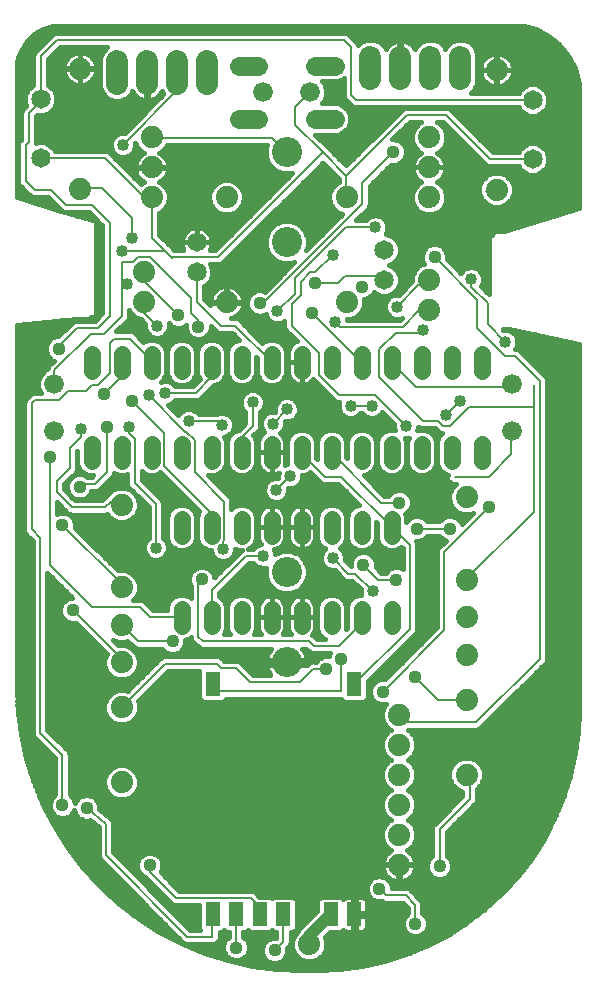
<source format=gbl>
G75*
%MOIN*%
%OFA0B0*%
%FSLAX24Y24*%
%IPPOS*%
%LPD*%
%AMOC8*
5,1,8,0,0,1.08239X$1,22.5*
%
%ADD10C,0.0740*%
%ADD11C,0.0650*%
%ADD12R,0.0500X0.0787*%
%ADD13C,0.0560*%
%ADD14C,0.0640*%
%ADD15C,0.0660*%
%ADD16C,0.1005*%
%ADD17C,0.0740*%
%ADD18C,0.0160*%
%ADD19C,0.0436*%
%ADD20C,0.0080*%
%ADD21C,0.0440*%
%ADD22C,0.0400*%
%ADD23C,0.0400*%
D10*
X003990Y006790D03*
X003990Y009290D03*
X003990Y010790D03*
X003990Y012040D03*
X003990Y013290D03*
X003990Y016040D03*
X004740Y022790D03*
X004740Y023790D03*
X004990Y026290D03*
X004990Y027290D03*
X004990Y028290D03*
X002600Y026580D03*
X002600Y030580D03*
X007490Y026290D03*
X007490Y022790D03*
X011490Y022790D03*
X011490Y026290D03*
X014240Y026290D03*
X014240Y027290D03*
X014240Y028290D03*
X016490Y026540D03*
X014240Y023540D03*
X014240Y022540D03*
X015490Y016290D03*
X015490Y013540D03*
X015490Y012290D03*
X015490Y011040D03*
X015490Y009540D03*
X015490Y007040D03*
X013240Y007040D03*
X013240Y006040D03*
X013240Y005040D03*
X013240Y004040D03*
X013240Y008040D03*
X013240Y009040D03*
X010240Y001390D03*
X016490Y030540D03*
D11*
X017690Y029534D03*
X017690Y027566D03*
X012740Y024540D03*
X012740Y023540D03*
X006490Y023790D03*
X006490Y024790D03*
X001290Y027596D03*
X001290Y029564D03*
D12*
X007021Y010068D03*
X011746Y010068D03*
X011746Y002390D03*
X010959Y002390D03*
X009384Y002390D03*
X008596Y002390D03*
X007809Y002390D03*
X007021Y002390D03*
D13*
X006990Y012010D02*
X006990Y012570D01*
X005990Y012570D02*
X005990Y012010D01*
X005990Y015010D02*
X005990Y015570D01*
X006990Y015570D02*
X006990Y015010D01*
X007990Y015010D02*
X007990Y015570D01*
X008990Y015570D02*
X008990Y015010D01*
X009990Y015010D02*
X009990Y015570D01*
X010990Y015570D02*
X010990Y015010D01*
X011990Y015010D02*
X011990Y015570D01*
X012990Y015570D02*
X012990Y015010D01*
X012990Y012570D02*
X012990Y012010D01*
X011990Y012010D02*
X011990Y012570D01*
X010990Y012570D02*
X010990Y012010D01*
X009990Y012010D02*
X009990Y012570D01*
X008990Y012570D02*
X008990Y012010D01*
X007990Y012010D02*
X007990Y012570D01*
X007990Y017510D02*
X007990Y018070D01*
X006990Y018070D02*
X006990Y017510D01*
X005990Y017510D02*
X005990Y018070D01*
X004990Y018070D02*
X004990Y017510D01*
X003990Y017510D02*
X003990Y018070D01*
X002990Y018070D02*
X002990Y017510D01*
X002990Y020510D02*
X002990Y021070D01*
X003990Y021070D02*
X003990Y020510D01*
X004990Y020510D02*
X004990Y021070D01*
X005990Y021070D02*
X005990Y020510D01*
X006990Y020510D02*
X006990Y021070D01*
X007990Y021070D02*
X007990Y020510D01*
X008990Y020510D02*
X008990Y021070D01*
X009990Y021070D02*
X009990Y020510D01*
X010990Y020510D02*
X010990Y021070D01*
X011990Y021070D02*
X011990Y020510D01*
X012990Y020510D02*
X012990Y021070D01*
X013990Y021070D02*
X013990Y020510D01*
X014990Y020510D02*
X014990Y021070D01*
X015990Y021070D02*
X015990Y020510D01*
X015990Y018070D02*
X015990Y017510D01*
X014990Y017510D02*
X014990Y018070D01*
X013990Y018070D02*
X013990Y017510D01*
X012990Y017510D02*
X012990Y018070D01*
X011990Y018070D02*
X011990Y017510D01*
X010990Y017510D02*
X010990Y018070D01*
X009990Y018070D02*
X009990Y017510D01*
X008990Y017510D02*
X008990Y018070D01*
D14*
X008530Y028900D02*
X007890Y028900D01*
X007890Y030680D02*
X008530Y030680D01*
X010450Y030680D02*
X011090Y030680D01*
X011090Y028900D02*
X010450Y028900D01*
D15*
X010277Y029790D03*
X008703Y029790D03*
X001740Y020077D03*
X001740Y018503D03*
X016990Y018503D03*
X016990Y020077D03*
D16*
X009490Y024790D03*
X009490Y027790D03*
X009490Y013790D03*
X009490Y010790D03*
D17*
X006840Y030080D02*
X006840Y030820D01*
X005840Y030820D02*
X005840Y030080D01*
X004840Y030080D02*
X004840Y030820D01*
X003840Y030820D02*
X003840Y030080D01*
X012280Y030230D02*
X012280Y030970D01*
X013280Y030970D02*
X013280Y030230D01*
X014280Y030230D02*
X014280Y030970D01*
X015280Y030970D02*
X015280Y030230D01*
D18*
X003369Y004127D02*
X002564Y004127D01*
X002442Y004286D02*
X003247Y004286D01*
X003254Y004268D02*
X003272Y004224D01*
X003306Y004190D01*
X006015Y001472D01*
X006047Y001438D01*
X006049Y001438D01*
X006050Y001437D01*
X006092Y001419D01*
X006135Y001401D01*
X006136Y001401D01*
X006138Y001400D01*
X006184Y001400D01*
X006951Y001391D01*
X006952Y001390D01*
X006999Y001390D01*
X007045Y001389D01*
X007046Y001390D01*
X007048Y001390D01*
X007090Y001408D01*
X007133Y001425D01*
X007135Y001426D01*
X007136Y001427D01*
X007155Y001446D01*
X007169Y001459D01*
X007202Y001492D01*
X007202Y001493D01*
X007223Y001513D01*
X007259Y001601D01*
X007259Y001797D01*
X007354Y001797D01*
X007415Y001858D01*
X007476Y001797D01*
X007567Y001797D01*
X007567Y001637D01*
X007450Y001521D01*
X007387Y001367D01*
X007387Y001200D01*
X007450Y001046D01*
X007569Y000927D01*
X007723Y000863D01*
X007890Y000863D01*
X008044Y000927D01*
X008163Y001046D01*
X008227Y001200D01*
X008227Y001367D01*
X008163Y001521D01*
X008047Y001637D01*
X008047Y001797D01*
X008142Y001797D01*
X008203Y001858D01*
X008263Y001797D01*
X008929Y001797D01*
X008990Y001858D01*
X009051Y001797D01*
X009144Y001797D01*
X009144Y001610D01*
X009006Y001610D01*
X008852Y001546D01*
X008734Y001428D01*
X008670Y001274D01*
X008227Y001274D01*
X008199Y001433D02*
X008739Y001433D01*
X008670Y001274D02*
X008670Y001106D01*
X008734Y000952D01*
X008852Y000834D01*
X009006Y000770D01*
X009174Y000770D01*
X009328Y000834D01*
X009446Y000952D01*
X009510Y001106D01*
X009510Y001271D01*
X009587Y001348D01*
X009624Y001436D01*
X009624Y001797D01*
X009717Y001797D01*
X009834Y001914D01*
X009834Y002867D01*
X009717Y002984D01*
X009051Y002984D01*
X008990Y002923D01*
X008929Y002984D01*
X008585Y002984D01*
X008493Y003076D01*
X008426Y003143D01*
X008338Y003180D01*
X005909Y003180D01*
X005292Y003797D01*
X005353Y003942D01*
X005353Y004109D01*
X005289Y004264D01*
X005170Y004382D01*
X005016Y004446D01*
X004849Y004446D01*
X004695Y004382D01*
X004576Y004264D01*
X004513Y004109D01*
X004513Y003942D01*
X004576Y003788D01*
X004695Y003670D01*
X004773Y003637D01*
X004797Y003614D01*
X005607Y002804D01*
X005674Y002737D01*
X005762Y002700D01*
X006571Y002700D01*
X006571Y001914D01*
X006611Y001875D01*
X006287Y001879D01*
X003716Y004459D01*
X003716Y005368D01*
X003719Y005380D01*
X003716Y005416D01*
X003716Y005452D01*
X003711Y005463D01*
X003710Y005475D01*
X003693Y005507D01*
X003679Y005540D01*
X003671Y005548D01*
X003665Y005559D01*
X003637Y005582D01*
X003612Y005607D01*
X003600Y005612D01*
X003241Y005906D01*
X003241Y006023D01*
X003177Y006177D01*
X003059Y006295D01*
X002905Y006359D01*
X002738Y006359D01*
X002584Y006295D01*
X002465Y006177D01*
X002439Y006114D01*
X002439Y006117D01*
X002375Y006272D01*
X002259Y006388D01*
X002259Y007735D01*
X002223Y007823D01*
X001511Y008535D01*
X001511Y013779D01*
X002341Y012950D01*
X002290Y012950D01*
X002136Y012886D01*
X002017Y012768D01*
X001953Y012613D01*
X001953Y012446D01*
X002017Y012292D01*
X002136Y012174D01*
X002290Y012110D01*
X002454Y012110D01*
X003490Y011073D01*
X003420Y010903D01*
X003420Y010677D01*
X003507Y010467D01*
X001511Y010467D01*
X001511Y010309D02*
X003665Y010309D01*
X003667Y010307D02*
X003877Y010220D01*
X004103Y010220D01*
X004313Y010307D01*
X004473Y010467D01*
X004828Y010467D01*
X004986Y010626D02*
X004539Y010626D01*
X004560Y010677D02*
X004560Y010903D01*
X004473Y011113D01*
X004313Y011273D01*
X004103Y011360D01*
X003883Y011360D01*
X003699Y011544D01*
X003877Y011470D01*
X004103Y011470D01*
X004186Y011504D01*
X004404Y011287D01*
X004492Y011250D01*
X005339Y011250D01*
X005453Y011136D01*
X005607Y011072D01*
X005773Y011072D01*
X005927Y011136D01*
X006044Y011253D01*
X006108Y011407D01*
X006108Y011539D01*
X006262Y011603D01*
X006300Y011641D01*
X006300Y011592D01*
X006337Y011504D01*
X006404Y011437D01*
X006554Y011287D01*
X006642Y011250D01*
X008985Y011250D01*
X008976Y011241D01*
X008921Y011170D01*
X008877Y011093D01*
X008842Y011010D01*
X008819Y010923D01*
X008812Y010870D01*
X009410Y010870D01*
X009410Y010710D01*
X008812Y010710D01*
X008819Y010657D01*
X008842Y010570D01*
X008877Y010487D01*
X008921Y010410D01*
X008944Y010380D01*
X008359Y010380D01*
X007993Y010746D01*
X007926Y010813D01*
X007838Y010850D01*
X007399Y010850D01*
X007363Y010886D01*
X007296Y010953D01*
X007208Y010990D01*
X005402Y010990D01*
X005314Y010953D01*
X005247Y010886D01*
X004186Y009826D01*
X004103Y009860D01*
X003877Y009860D01*
X003667Y009773D01*
X003507Y009613D01*
X003420Y009403D01*
X003420Y009177D01*
X003507Y008967D01*
X003667Y008807D01*
X003877Y008720D01*
X004103Y008720D01*
X004313Y008807D01*
X004473Y008967D01*
X004560Y009177D01*
X004560Y009403D01*
X004526Y009486D01*
X005549Y010510D01*
X006571Y010510D01*
X006571Y009591D01*
X006689Y009474D01*
X007354Y009474D01*
X007460Y009580D01*
X011307Y009580D01*
X011413Y009474D01*
X012079Y009474D01*
X012196Y009591D01*
X012196Y010162D01*
X013730Y011696D01*
X013797Y011764D01*
X013834Y011852D01*
X013834Y014743D01*
X013799Y014826D01*
X013914Y014826D01*
X014068Y014890D01*
X014184Y015006D01*
X014579Y015006D01*
X014695Y014890D01*
X014789Y014851D01*
X014532Y014595D01*
X014496Y014507D01*
X014496Y011955D01*
X012771Y010230D01*
X012606Y010230D01*
X012452Y010166D01*
X012334Y010048D01*
X012270Y009894D01*
X012270Y009726D01*
X012334Y009572D01*
X012452Y009454D01*
X012606Y009390D01*
X012774Y009390D01*
X012791Y009397D01*
X012757Y009363D01*
X012670Y009153D01*
X012670Y008927D01*
X012757Y008717D01*
X012917Y008557D01*
X012958Y008540D01*
X012917Y008523D01*
X012757Y008363D01*
X012670Y008153D01*
X012670Y007927D01*
X012757Y007717D01*
X012917Y007557D01*
X012958Y007540D01*
X012917Y007523D01*
X012757Y007363D01*
X012670Y007153D01*
X012670Y006927D01*
X012757Y006717D01*
X012917Y006557D01*
X012958Y006540D01*
X012917Y006523D01*
X012757Y006363D01*
X012670Y006153D01*
X012670Y005927D01*
X012757Y005717D01*
X012917Y005557D01*
X012958Y005540D01*
X012917Y005523D01*
X012757Y005363D01*
X012670Y005153D01*
X012670Y004927D01*
X012757Y004717D01*
X012917Y004557D01*
X012986Y004528D01*
X012952Y004510D01*
X012882Y004460D01*
X012820Y004398D01*
X012770Y004328D01*
X012730Y004251D01*
X012704Y004169D01*
X012690Y004083D01*
X012690Y004060D01*
X013220Y004060D01*
X013220Y004020D01*
X013260Y004020D01*
X013260Y004060D01*
X013790Y004060D01*
X013790Y004083D01*
X013776Y004169D01*
X013750Y004251D01*
X013710Y004328D01*
X013660Y004398D01*
X013598Y004460D01*
X013528Y004510D01*
X013494Y004528D01*
X013563Y004557D01*
X013723Y004717D01*
X013810Y004927D01*
X013810Y005153D01*
X013723Y005363D01*
X013563Y005523D01*
X013522Y005540D01*
X013563Y005557D01*
X013723Y005717D01*
X013810Y005927D01*
X013810Y006153D01*
X013723Y006363D01*
X013563Y006523D01*
X013522Y006540D01*
X013563Y006557D01*
X013723Y006717D01*
X013810Y006927D01*
X013810Y007153D01*
X013723Y007363D01*
X013563Y007523D01*
X013522Y007540D01*
X013563Y007557D01*
X013723Y007717D01*
X013810Y007927D01*
X013810Y008153D01*
X013723Y008363D01*
X013563Y008523D01*
X013522Y008540D01*
X013546Y008550D01*
X015846Y008550D01*
X015935Y008586D01*
X016002Y008654D01*
X018128Y010780D01*
X018165Y010868D01*
X018165Y020215D01*
X018128Y020304D01*
X018061Y020371D01*
X017234Y021198D01*
X017146Y021234D01*
X017116Y021234D01*
X017122Y021240D01*
X017183Y021387D01*
X017183Y021546D01*
X017122Y021693D01*
X017009Y021806D01*
X016862Y021867D01*
X016722Y021867D01*
X016689Y021900D01*
X016907Y021900D01*
X019240Y021410D01*
X019240Y009290D01*
X019207Y008527D01*
X019107Y007771D01*
X018942Y007025D01*
X018712Y006297D01*
X018420Y005592D01*
X018068Y004915D01*
X017658Y004271D01*
X017193Y003666D01*
X016677Y003103D01*
X016114Y002587D01*
X015509Y002122D01*
X014865Y001712D01*
X014188Y001360D01*
X013483Y001068D01*
X012755Y000838D01*
X012009Y000673D01*
X011253Y000573D01*
X010490Y000540D01*
X009990Y000540D01*
X009162Y000576D01*
X008340Y000684D01*
X007531Y000864D01*
X006741Y001113D01*
X005975Y001430D01*
X005240Y001813D01*
X004541Y002258D01*
X003884Y002763D01*
X003272Y003322D01*
X002713Y003934D01*
X002208Y004591D01*
X001763Y005290D01*
X001380Y006025D01*
X001063Y006791D01*
X000814Y007581D01*
X000634Y008390D01*
X000526Y009212D01*
X000490Y010040D01*
X000490Y022040D01*
X002505Y022250D01*
X002888Y022250D01*
X002976Y022287D01*
X002990Y022301D01*
X003134Y022316D01*
X003134Y025487D01*
X002103Y025800D01*
X002891Y025800D01*
X003350Y025341D01*
X003350Y022439D01*
X003091Y022180D01*
X002442Y022180D01*
X002354Y022143D01*
X001871Y021660D01*
X001806Y021660D01*
X001652Y021596D01*
X001534Y021478D01*
X001470Y021324D01*
X001470Y021156D01*
X001534Y021002D01*
X001652Y020884D01*
X001733Y020851D01*
X001540Y020658D01*
X001504Y020570D01*
X001504Y020553D01*
X001440Y020527D01*
X001291Y020378D01*
X001210Y020183D01*
X001210Y019972D01*
X001290Y019780D01*
X001042Y019780D01*
X000954Y019743D01*
X000854Y019643D01*
X000787Y019576D01*
X000750Y019488D01*
X000750Y015173D01*
X000787Y015085D01*
X001031Y014841D01*
X001031Y008388D01*
X001068Y008299D01*
X001779Y007588D01*
X001779Y006388D01*
X001663Y006272D01*
X001599Y006117D01*
X001599Y005950D01*
X001663Y005796D01*
X001781Y005678D01*
X001936Y005614D01*
X002103Y005614D01*
X002257Y005678D01*
X002375Y005796D01*
X002401Y005859D01*
X002401Y005856D01*
X002465Y005701D01*
X002584Y005583D01*
X002738Y005519D01*
X002905Y005519D01*
X002939Y005533D01*
X003236Y005290D01*
X003236Y004360D01*
X003236Y004313D01*
X003236Y004312D01*
X003254Y004268D01*
X003272Y004224D02*
X003272Y004224D01*
X003272Y004224D01*
X003236Y004312D02*
X003236Y004312D01*
X003236Y004444D02*
X002321Y004444D01*
X002201Y004603D02*
X003236Y004603D01*
X003236Y004761D02*
X002100Y004761D01*
X001999Y004920D02*
X003236Y004920D01*
X003236Y005078D02*
X001898Y005078D01*
X001797Y005237D02*
X003236Y005237D01*
X003108Y005395D02*
X001708Y005395D01*
X001626Y005554D02*
X002655Y005554D01*
X002461Y005712D02*
X002291Y005712D01*
X002410Y006188D02*
X002476Y006188D01*
X002301Y006346D02*
X002706Y006346D01*
X002937Y006346D02*
X003628Y006346D01*
X003667Y006307D02*
X003877Y006220D01*
X004103Y006220D01*
X004313Y006307D01*
X004473Y006467D01*
X004560Y006677D01*
X004560Y006903D01*
X004473Y007113D01*
X004313Y007273D01*
X004103Y007360D01*
X003877Y007360D01*
X003667Y007273D01*
X003507Y007113D01*
X003420Y006903D01*
X003420Y006677D01*
X003507Y006467D01*
X003667Y006307D01*
X003491Y006505D02*
X002259Y006505D01*
X002259Y006663D02*
X003426Y006663D01*
X003420Y006822D02*
X002259Y006822D01*
X002259Y006980D02*
X003452Y006980D01*
X003532Y007139D02*
X002259Y007139D01*
X002259Y007297D02*
X003725Y007297D01*
X004255Y007297D02*
X012729Y007297D01*
X012670Y007139D02*
X004448Y007139D01*
X004528Y006980D02*
X012670Y006980D01*
X012714Y006822D02*
X004560Y006822D01*
X004554Y006663D02*
X012811Y006663D01*
X012898Y006505D02*
X004489Y006505D01*
X004352Y006346D02*
X012750Y006346D01*
X012684Y006188D02*
X003167Y006188D01*
X003239Y006029D02*
X012670Y006029D01*
X012693Y005871D02*
X003284Y005871D01*
X003478Y005712D02*
X012762Y005712D01*
X012925Y005554D02*
X003668Y005554D01*
X003718Y005395D02*
X012789Y005395D01*
X012704Y005237D02*
X003716Y005237D01*
X003716Y005078D02*
X012670Y005078D01*
X012673Y004920D02*
X003716Y004920D01*
X003716Y004761D02*
X012739Y004761D01*
X012871Y004603D02*
X003716Y004603D01*
X003731Y004444D02*
X004845Y004444D01*
X005020Y004444D02*
X012866Y004444D01*
X012748Y004286D02*
X005267Y004286D01*
X005345Y004127D02*
X012697Y004127D01*
X012690Y004020D02*
X012690Y003997D01*
X012704Y003911D01*
X012730Y003829D01*
X012770Y003752D01*
X012820Y003682D01*
X012882Y003620D01*
X012952Y003570D01*
X013029Y003530D01*
X013111Y003504D01*
X013197Y003490D01*
X013220Y003490D01*
X013220Y004020D01*
X012690Y004020D01*
X012694Y003969D02*
X005353Y003969D01*
X005298Y003810D02*
X012740Y003810D01*
X012684Y003652D02*
X012851Y003652D01*
X012818Y003596D02*
X012664Y003660D01*
X012496Y003660D01*
X012342Y003596D01*
X012224Y003478D01*
X012160Y003324D01*
X012160Y003156D01*
X012224Y003002D01*
X012342Y002884D01*
X012496Y002820D01*
X012661Y002820D01*
X012664Y002817D01*
X012752Y002780D01*
X013361Y002780D01*
X013540Y002601D01*
X013540Y002434D01*
X013424Y002318D01*
X013360Y002164D01*
X013360Y001996D01*
X013424Y001842D01*
X013542Y001724D01*
X013696Y001660D01*
X013864Y001660D01*
X014018Y001724D01*
X014136Y001842D01*
X014200Y001996D01*
X014200Y002164D01*
X014136Y002318D01*
X014020Y002434D01*
X014020Y002748D01*
X013983Y002836D01*
X013663Y003156D01*
X013596Y003223D01*
X013508Y003260D01*
X013000Y003260D01*
X013000Y003324D01*
X012936Y003478D01*
X012818Y003596D01*
X012921Y003493D02*
X013178Y003493D01*
X013220Y003493D02*
X013260Y003493D01*
X013260Y003490D02*
X013283Y003490D01*
X013369Y003504D01*
X013451Y003530D01*
X013528Y003570D01*
X013598Y003620D01*
X013660Y003682D01*
X013710Y003752D01*
X013750Y003829D01*
X013776Y003911D01*
X013790Y003997D01*
X013790Y004020D01*
X013260Y004020D01*
X013260Y003490D01*
X013302Y003493D02*
X017035Y003493D01*
X017180Y003652D02*
X014843Y003652D01*
X014827Y003636D02*
X014944Y003753D01*
X015008Y003907D01*
X015008Y004073D01*
X014944Y004227D01*
X014830Y004341D01*
X014830Y005141D01*
X015726Y006037D01*
X015793Y006104D01*
X015830Y006192D01*
X015830Y006574D01*
X015973Y006717D01*
X016060Y006927D01*
X016060Y007153D01*
X015973Y007363D01*
X015813Y007523D01*
X015603Y007610D01*
X015377Y007610D01*
X015167Y007523D01*
X015007Y007363D01*
X014920Y007153D01*
X014920Y006927D01*
X015007Y006717D01*
X015167Y006557D01*
X015350Y006481D01*
X015350Y006339D01*
X014454Y005443D01*
X014387Y005376D01*
X014350Y005288D01*
X014350Y004341D01*
X014236Y004227D01*
X014172Y004073D01*
X014172Y003907D01*
X014236Y003753D01*
X014353Y003636D01*
X014507Y003572D01*
X014673Y003572D01*
X014827Y003636D01*
X014968Y003810D02*
X017304Y003810D01*
X017425Y003969D02*
X015008Y003969D01*
X014986Y004127D02*
X017547Y004127D01*
X017667Y004286D02*
X014886Y004286D01*
X014830Y004444D02*
X017768Y004444D01*
X017869Y004603D02*
X014830Y004603D01*
X014830Y004761D02*
X017970Y004761D01*
X018070Y004920D02*
X014830Y004920D01*
X014830Y005078D02*
X018153Y005078D01*
X018235Y005237D02*
X014926Y005237D01*
X015084Y005395D02*
X018318Y005395D01*
X018400Y005554D02*
X015243Y005554D01*
X015401Y005712D02*
X018470Y005712D01*
X018536Y005871D02*
X015560Y005871D01*
X015718Y006029D02*
X018601Y006029D01*
X018667Y006188D02*
X015828Y006188D01*
X015830Y006346D02*
X018728Y006346D01*
X018778Y006505D02*
X015830Y006505D01*
X015919Y006663D02*
X018828Y006663D01*
X018878Y006822D02*
X016016Y006822D01*
X016060Y006980D02*
X018928Y006980D01*
X018967Y007139D02*
X016060Y007139D01*
X016001Y007297D02*
X019002Y007297D01*
X019037Y007456D02*
X015881Y007456D01*
X015884Y008565D02*
X019208Y008565D01*
X019215Y008724D02*
X016072Y008724D01*
X016230Y008882D02*
X019222Y008882D01*
X019229Y009041D02*
X016389Y009041D01*
X016547Y009199D02*
X019236Y009199D01*
X019240Y009358D02*
X016706Y009358D01*
X016864Y009516D02*
X019240Y009516D01*
X019240Y009675D02*
X017023Y009675D01*
X017181Y009833D02*
X019240Y009833D01*
X019240Y009992D02*
X017340Y009992D01*
X017498Y010150D02*
X019240Y010150D01*
X019240Y010309D02*
X017657Y010309D01*
X017815Y010467D02*
X019240Y010467D01*
X019240Y010626D02*
X017974Y010626D01*
X018130Y010784D02*
X019240Y010784D01*
X019240Y010943D02*
X018165Y010943D01*
X018165Y011101D02*
X019240Y011101D01*
X019240Y011260D02*
X018165Y011260D01*
X018165Y011418D02*
X019240Y011418D01*
X019240Y011577D02*
X018165Y011577D01*
X018165Y011735D02*
X019240Y011735D01*
X019240Y011894D02*
X018165Y011894D01*
X018165Y012052D02*
X019240Y012052D01*
X019240Y012211D02*
X018165Y012211D01*
X018165Y012369D02*
X019240Y012369D01*
X019240Y012528D02*
X018165Y012528D01*
X018165Y012686D02*
X019240Y012686D01*
X019240Y012845D02*
X018165Y012845D01*
X018165Y013003D02*
X019240Y013003D01*
X019240Y013162D02*
X018165Y013162D01*
X018165Y013320D02*
X019240Y013320D01*
X019240Y013479D02*
X018165Y013479D01*
X018165Y013637D02*
X019240Y013637D01*
X019240Y013796D02*
X018165Y013796D01*
X018165Y013954D02*
X019240Y013954D01*
X019240Y014113D02*
X018165Y014113D01*
X018165Y014271D02*
X019240Y014271D01*
X019240Y014430D02*
X018165Y014430D01*
X018165Y014588D02*
X019240Y014588D01*
X019240Y014747D02*
X018165Y014747D01*
X018165Y014905D02*
X019240Y014905D01*
X019240Y015064D02*
X018165Y015064D01*
X018165Y015222D02*
X019240Y015222D01*
X019240Y015381D02*
X018165Y015381D01*
X018165Y015539D02*
X019240Y015539D01*
X019240Y015698D02*
X018165Y015698D01*
X018165Y015856D02*
X019240Y015856D01*
X019240Y016015D02*
X018165Y016015D01*
X018165Y016173D02*
X019240Y016173D01*
X019240Y016332D02*
X018165Y016332D01*
X018165Y016490D02*
X019240Y016490D01*
X019240Y016649D02*
X018165Y016649D01*
X018165Y016807D02*
X019240Y016807D01*
X019240Y016966D02*
X018165Y016966D01*
X018165Y017124D02*
X019240Y017124D01*
X019240Y017283D02*
X018165Y017283D01*
X018165Y017441D02*
X019240Y017441D01*
X019240Y017600D02*
X018165Y017600D01*
X018165Y017758D02*
X019240Y017758D01*
X019240Y017917D02*
X018165Y017917D01*
X018165Y018075D02*
X019240Y018075D01*
X019240Y018234D02*
X018165Y018234D01*
X018165Y018392D02*
X019240Y018392D01*
X019240Y018551D02*
X018165Y018551D01*
X018165Y018709D02*
X019240Y018709D01*
X019240Y018868D02*
X018165Y018868D01*
X018165Y019026D02*
X019240Y019026D01*
X019240Y019185D02*
X018165Y019185D01*
X018165Y019343D02*
X019240Y019343D01*
X019240Y019502D02*
X018165Y019502D01*
X018165Y019660D02*
X019240Y019660D01*
X019240Y019819D02*
X018165Y019819D01*
X018165Y019977D02*
X019240Y019977D01*
X019240Y020136D02*
X018165Y020136D01*
X018132Y020294D02*
X019240Y020294D01*
X019240Y020453D02*
X017979Y020453D01*
X017821Y020611D02*
X019240Y020611D01*
X019240Y020770D02*
X017662Y020770D01*
X017504Y020928D02*
X019240Y020928D01*
X019240Y021087D02*
X017345Y021087D01*
X017124Y021245D02*
X019240Y021245D01*
X019240Y021404D02*
X017183Y021404D01*
X017176Y021562D02*
X018516Y021562D01*
X017761Y021721D02*
X017095Y021721D01*
X017007Y021879D02*
X016710Y021879D01*
X016240Y023058D02*
X015976Y023322D01*
X015980Y023327D01*
X016041Y023474D01*
X016041Y023633D01*
X015980Y023780D01*
X015868Y023892D01*
X015721Y023953D01*
X015562Y023953D01*
X015415Y023892D01*
X015302Y023780D01*
X015296Y023765D01*
X014841Y024221D01*
X014841Y024385D01*
X014777Y024539D01*
X014659Y024657D01*
X014504Y024721D01*
X014337Y024721D01*
X014183Y024657D01*
X014065Y024539D01*
X014001Y024385D01*
X014001Y024218D01*
X014057Y024081D01*
X013917Y024023D01*
X013757Y023863D01*
X013670Y023653D01*
X013670Y023496D01*
X013666Y023492D01*
X013221Y023048D01*
X013081Y023048D01*
X012934Y022987D01*
X012822Y022874D01*
X012761Y022727D01*
X012761Y022568D01*
X012822Y022421D01*
X012934Y022309D01*
X013081Y022248D01*
X013240Y022248D01*
X013321Y022281D01*
X013258Y022219D01*
X011512Y022219D01*
X011512Y022220D01*
X011603Y022220D01*
X011813Y022307D01*
X011973Y022467D01*
X012060Y022677D01*
X012060Y022897D01*
X012103Y022897D01*
X012257Y022961D01*
X012375Y023079D01*
X012400Y023138D01*
X012443Y023095D01*
X012636Y023015D01*
X012844Y023015D01*
X013037Y023095D01*
X013185Y023243D01*
X013265Y023436D01*
X013265Y023644D01*
X013185Y023837D01*
X013037Y023985D01*
X012905Y024040D01*
X013037Y024095D01*
X013185Y024243D01*
X013265Y024436D01*
X013265Y024644D01*
X013185Y024837D01*
X013037Y024985D01*
X012844Y025065D01*
X012794Y025065D01*
X012852Y025206D01*
X012852Y025365D01*
X012791Y025512D01*
X012679Y025625D01*
X012532Y025686D01*
X012373Y025686D01*
X012226Y025625D01*
X012127Y025526D01*
X011811Y025526D01*
X012155Y025870D01*
X012223Y025937D01*
X012259Y026025D01*
X012259Y026682D01*
X012962Y027385D01*
X013126Y027385D01*
X013281Y027449D01*
X013399Y027567D01*
X013463Y027722D01*
X013463Y027889D01*
X013399Y028043D01*
X013281Y028161D01*
X013126Y028225D01*
X013015Y028225D01*
X013589Y028800D01*
X013982Y028800D01*
X013917Y028773D01*
X013757Y028613D01*
X013670Y028403D01*
X013670Y028177D01*
X013757Y027967D01*
X013917Y027807D01*
X013986Y027778D01*
X013952Y027760D01*
X013882Y027710D01*
X013820Y027648D01*
X013770Y027578D01*
X013730Y027501D01*
X013704Y027419D01*
X013690Y027333D01*
X013690Y027290D01*
X014240Y027290D01*
X014790Y027290D01*
X014790Y027333D01*
X014776Y027419D01*
X014750Y027501D01*
X014710Y027578D01*
X014660Y027648D01*
X014598Y027710D01*
X014528Y027760D01*
X014494Y027778D01*
X014563Y027807D01*
X014723Y027967D01*
X014810Y028177D01*
X014810Y028403D01*
X014723Y028613D01*
X014563Y028773D01*
X014498Y028800D01*
X014691Y028800D01*
X016128Y027362D01*
X016217Y027326D01*
X017221Y027326D01*
X017245Y027268D01*
X014790Y027268D01*
X014790Y027247D02*
X014790Y027290D01*
X014240Y027290D01*
X014240Y027290D01*
X014240Y027290D01*
X013690Y027290D01*
X013690Y027247D01*
X013704Y027161D01*
X013730Y027079D01*
X013770Y027002D01*
X013820Y026932D01*
X013882Y026870D01*
X013952Y026820D01*
X013986Y026802D01*
X013917Y026773D01*
X013757Y026613D01*
X013670Y026403D01*
X013670Y026177D01*
X013757Y025967D01*
X013917Y025807D01*
X014127Y025720D01*
X014353Y025720D01*
X014563Y025807D01*
X014723Y025967D01*
X014810Y026177D01*
X014810Y026403D01*
X014723Y026613D01*
X014563Y026773D01*
X014494Y026802D01*
X014528Y026820D01*
X014598Y026870D01*
X014660Y026932D01*
X014710Y027002D01*
X014750Y027079D01*
X014776Y027161D01*
X014790Y027247D01*
X014760Y027110D02*
X016376Y027110D01*
X016377Y027110D02*
X016167Y027023D01*
X016007Y026863D01*
X015920Y026653D01*
X015920Y026571D01*
X015913Y026554D01*
X015913Y026458D01*
X015920Y026441D01*
X015920Y026427D01*
X016007Y026217D01*
X016167Y026057D01*
X016377Y025970D01*
X016603Y025970D01*
X016813Y026057D01*
X016973Y026217D01*
X017060Y026427D01*
X017060Y026653D01*
X016973Y026863D01*
X016813Y027023D01*
X016603Y027110D01*
X016377Y027110D01*
X016604Y027110D02*
X017419Y027110D01*
X017393Y027121D02*
X017586Y027041D01*
X017794Y027041D01*
X017987Y027121D01*
X018135Y027268D01*
X019240Y027268D01*
X019240Y027110D02*
X017961Y027110D01*
X018135Y027268D02*
X018215Y027461D01*
X018215Y027670D01*
X018135Y027863D01*
X017987Y028011D01*
X017794Y028091D01*
X017586Y028091D01*
X017393Y028011D01*
X017245Y027863D01*
X017221Y027806D01*
X016364Y027806D01*
X014993Y029176D01*
X014926Y029243D01*
X014838Y029280D01*
X013442Y029280D01*
X013354Y029243D01*
X011468Y027357D01*
X010836Y027989D01*
X010445Y028380D01*
X011193Y028380D01*
X011385Y028459D01*
X011531Y028605D01*
X011610Y028797D01*
X011610Y029003D01*
X011531Y029195D01*
X011385Y029341D01*
X011193Y029420D01*
X010657Y029420D01*
X010727Y029490D01*
X010807Y029685D01*
X010807Y029895D01*
X010727Y030090D01*
X010657Y030160D01*
X011193Y030160D01*
X011385Y030239D01*
X011400Y030255D01*
X011400Y029642D01*
X011437Y029554D01*
X011504Y029487D01*
X010724Y029487D01*
X010791Y029646D02*
X011400Y029646D01*
X011400Y029804D02*
X010807Y029804D01*
X010780Y029963D02*
X011400Y029963D01*
X011400Y030121D02*
X010696Y030121D01*
X011397Y029329D02*
X011665Y029329D01*
X011660Y029331D02*
X011748Y029294D01*
X017221Y029294D01*
X017245Y029237D01*
X017393Y029089D01*
X017586Y029009D01*
X017794Y029009D01*
X017987Y029089D01*
X018135Y029237D01*
X018215Y029430D01*
X018215Y029639D01*
X018135Y029832D01*
X017987Y029979D01*
X017794Y030059D01*
X017586Y030059D01*
X017393Y029979D01*
X017245Y029832D01*
X017221Y029774D01*
X015630Y029774D01*
X015763Y029907D01*
X015850Y030117D01*
X015850Y031083D01*
X015763Y031293D01*
X015603Y031453D01*
X015393Y031540D01*
X015167Y031540D01*
X014957Y031453D01*
X014797Y031293D01*
X014780Y031252D01*
X014763Y031293D01*
X014603Y031453D01*
X014393Y031540D01*
X014167Y031540D01*
X013957Y031453D01*
X013797Y031293D01*
X013768Y031224D01*
X013750Y031258D01*
X013700Y031328D01*
X013638Y031390D01*
X013568Y031440D01*
X013491Y031480D01*
X013409Y031506D01*
X013323Y031520D01*
X013310Y031520D01*
X013310Y030630D01*
X013250Y030630D01*
X013250Y031520D01*
X013237Y031520D01*
X013151Y031506D01*
X013069Y031480D01*
X012992Y031440D01*
X012922Y031390D01*
X012860Y031328D01*
X012810Y031258D01*
X012792Y031224D01*
X012763Y031293D01*
X012603Y031453D01*
X012393Y031540D01*
X012167Y031540D01*
X011957Y031453D01*
X011869Y031365D01*
X011843Y031426D01*
X011526Y031743D01*
X011438Y031780D01*
X001792Y031780D01*
X001704Y031743D01*
X001154Y031193D01*
X001087Y031126D01*
X001050Y031038D01*
X001050Y030033D01*
X000993Y030009D01*
X000845Y029862D01*
X000765Y029669D01*
X000765Y029460D01*
X000811Y029350D01*
X000754Y029293D01*
X000687Y029226D01*
X000650Y029138D01*
X000650Y028239D01*
X000587Y028176D01*
X000550Y028088D01*
X000550Y026792D01*
X000587Y026704D01*
X000887Y026404D01*
X000954Y026337D01*
X001042Y026300D01*
X001541Y026300D01*
X002004Y025837D01*
X002063Y025812D01*
X000490Y026290D01*
X000490Y030540D01*
X000505Y030753D01*
X000551Y030963D01*
X000626Y031163D01*
X000728Y031351D01*
X000856Y031522D01*
X001008Y031674D01*
X001179Y031802D01*
X001367Y031904D01*
X001567Y031979D01*
X001663Y032000D01*
X017390Y032000D01*
X017528Y031975D01*
X017788Y031894D01*
X018036Y031782D01*
X018268Y031642D01*
X018482Y031474D01*
X018674Y031282D01*
X018842Y031068D01*
X018982Y030836D01*
X019094Y030588D01*
X019175Y030328D01*
X019224Y030061D01*
X019240Y029790D01*
X019240Y025932D01*
X016749Y025180D01*
X016492Y025180D01*
X016404Y025143D01*
X016337Y025076D01*
X016327Y025052D01*
X016240Y025026D01*
X016240Y023058D01*
X016240Y023147D02*
X016151Y023147D01*
X016240Y023306D02*
X015992Y023306D01*
X016037Y023464D02*
X016240Y023464D01*
X016240Y023623D02*
X016041Y023623D01*
X015979Y023781D02*
X016240Y023781D01*
X016240Y023940D02*
X015754Y023940D01*
X015528Y023940D02*
X015122Y023940D01*
X014963Y024098D02*
X016240Y024098D01*
X016240Y024257D02*
X014841Y024257D01*
X014828Y024415D02*
X016240Y024415D01*
X016240Y024574D02*
X014743Y024574D01*
X014099Y024574D02*
X013265Y024574D01*
X013256Y024415D02*
X014013Y024415D01*
X014001Y024257D02*
X013191Y024257D01*
X013040Y024098D02*
X014050Y024098D01*
X013833Y023940D02*
X013083Y023940D01*
X013208Y023781D02*
X013723Y023781D01*
X013670Y023623D02*
X013265Y023623D01*
X013265Y023464D02*
X013638Y023464D01*
X013479Y023306D02*
X013211Y023306D01*
X013321Y023147D02*
X013089Y023147D01*
X012938Y022989D02*
X012284Y022989D01*
X012060Y022830D02*
X012803Y022830D01*
X012761Y022672D02*
X012058Y022672D01*
X011992Y022513D02*
X012784Y022513D01*
X012889Y022355D02*
X011861Y022355D01*
X010357Y020233D02*
X010359Y020228D01*
X011028Y019559D01*
X011096Y019492D01*
X011184Y019455D01*
X011240Y019455D01*
X011225Y019420D01*
X011225Y019261D01*
X011286Y019114D01*
X011399Y019002D01*
X011546Y018941D01*
X011705Y018941D01*
X011852Y019002D01*
X011951Y019101D01*
X012008Y019101D01*
X012108Y019002D01*
X012255Y018941D01*
X012414Y018941D01*
X012561Y019002D01*
X012673Y019114D01*
X012679Y019129D01*
X013076Y018732D01*
X013076Y018592D01*
X013095Y018546D01*
X013085Y018550D01*
X012895Y018550D01*
X012718Y018477D01*
X012583Y018342D01*
X012510Y018165D01*
X012510Y017415D01*
X012583Y017238D01*
X012718Y017103D01*
X012895Y017030D01*
X013085Y017030D01*
X013262Y017103D01*
X013397Y017238D01*
X013470Y017415D01*
X013470Y018165D01*
X013426Y018271D01*
X013554Y018271D01*
X013510Y018165D01*
X013510Y017415D01*
X013583Y017238D01*
X013718Y017103D01*
X013895Y017030D01*
X014085Y017030D01*
X014262Y017103D01*
X014397Y017238D01*
X014470Y017415D01*
X014470Y018165D01*
X014397Y018342D01*
X014262Y018477D01*
X014085Y018550D01*
X013895Y018550D01*
X013851Y018532D01*
X013876Y018592D01*
X013876Y018641D01*
X013891Y018626D01*
X013979Y018589D01*
X014439Y018589D01*
X014493Y018536D01*
X014560Y018468D01*
X014649Y018431D01*
X014673Y018431D01*
X014583Y018342D01*
X014510Y018165D01*
X014510Y017415D01*
X014583Y017238D01*
X014718Y017103D01*
X014858Y017045D01*
X014850Y017026D01*
X014850Y016931D01*
X014887Y016843D01*
X014954Y016775D01*
X015042Y016739D01*
X015132Y016739D01*
X015007Y016613D01*
X014920Y016403D01*
X014920Y016177D01*
X015007Y015967D01*
X015167Y015807D01*
X015377Y015720D01*
X015603Y015720D01*
X015696Y015758D01*
X015328Y015390D01*
X015289Y015484D01*
X015170Y015602D01*
X015016Y015666D01*
X014849Y015666D01*
X014695Y015602D01*
X014579Y015486D01*
X014184Y015486D01*
X014068Y015602D01*
X013914Y015666D01*
X013747Y015666D01*
X013592Y015602D01*
X013474Y015484D01*
X013470Y015474D01*
X013470Y015665D01*
X013439Y015740D01*
X013478Y015756D01*
X013596Y015875D01*
X013660Y016029D01*
X013660Y016196D01*
X013596Y016350D01*
X013478Y016468D01*
X013323Y016532D01*
X013156Y016532D01*
X013002Y016468D01*
X012886Y016352D01*
X012748Y016352D01*
X012071Y017030D01*
X012085Y017030D01*
X012262Y017103D01*
X012397Y017238D01*
X012470Y017415D01*
X012470Y018165D01*
X012397Y018342D01*
X012262Y018477D01*
X012085Y018550D01*
X011895Y018550D01*
X011718Y018477D01*
X011583Y018342D01*
X011510Y018165D01*
X011510Y017591D01*
X011470Y017631D01*
X011470Y018165D01*
X011397Y018342D01*
X011262Y018477D01*
X011085Y018550D01*
X010895Y018550D01*
X010718Y018477D01*
X010583Y018342D01*
X010510Y018165D01*
X010510Y017567D01*
X010470Y017607D01*
X010470Y018165D01*
X010397Y018342D01*
X010262Y018477D01*
X010085Y018550D01*
X009895Y018550D01*
X009718Y018477D01*
X009583Y018342D01*
X009510Y018165D01*
X009510Y017415D01*
X009513Y017408D01*
X009429Y017373D01*
X009439Y017402D01*
X009450Y017474D01*
X009450Y017790D01*
X009450Y018106D01*
X009439Y018178D01*
X009416Y018247D01*
X009383Y018311D01*
X009341Y018370D01*
X009290Y018421D01*
X009274Y018432D01*
X009366Y018524D01*
X009427Y018671D01*
X009427Y018811D01*
X009439Y018823D01*
X009579Y018823D01*
X009726Y018884D01*
X009839Y018996D01*
X009899Y019143D01*
X009899Y019302D01*
X009839Y019449D01*
X009726Y019562D01*
X009579Y019623D01*
X009420Y019623D01*
X009273Y019562D01*
X009160Y019449D01*
X009099Y019302D01*
X009099Y019162D01*
X009088Y019150D01*
X008947Y019150D01*
X008800Y019089D01*
X008688Y018977D01*
X008627Y018830D01*
X008627Y018671D01*
X008688Y018524D01*
X008748Y018463D01*
X008690Y018421D01*
X008639Y018370D01*
X008597Y018311D01*
X008564Y018247D01*
X008541Y018178D01*
X008530Y018106D01*
X008530Y017790D01*
X008990Y017790D01*
X009450Y017790D01*
X008990Y017790D01*
X008990Y017790D01*
X008990Y017050D01*
X009026Y017050D01*
X009098Y017061D01*
X009167Y017084D01*
X009224Y017113D01*
X009218Y017098D01*
X009218Y016957D01*
X009206Y016946D01*
X009066Y016946D01*
X008919Y016885D01*
X008806Y016772D01*
X008745Y016625D01*
X008745Y016466D01*
X008806Y016319D01*
X008919Y016206D01*
X009066Y016146D01*
X009225Y016146D01*
X009372Y016206D01*
X009484Y016319D01*
X009545Y016466D01*
X009545Y016606D01*
X009557Y016618D01*
X009697Y016618D01*
X009844Y016679D01*
X009957Y016791D01*
X010018Y016938D01*
X010018Y017030D01*
X010085Y017030D01*
X010262Y017103D01*
X010279Y017120D01*
X010623Y016775D01*
X010712Y016739D01*
X011211Y016739D01*
X011900Y016050D01*
X011895Y016050D01*
X011718Y015977D01*
X011583Y015842D01*
X011510Y015665D01*
X011510Y014915D01*
X011583Y014738D01*
X011718Y014603D01*
X011895Y014530D01*
X012085Y014530D01*
X012262Y014603D01*
X012397Y014738D01*
X012470Y014915D01*
X012470Y015480D01*
X012510Y015440D01*
X012510Y014915D01*
X012583Y014738D01*
X012718Y014603D01*
X012895Y014530D01*
X013085Y014530D01*
X013262Y014603D01*
X013304Y014645D01*
X013354Y014596D01*
X013354Y013904D01*
X013223Y013958D01*
X013057Y013958D01*
X012903Y013894D01*
X012789Y013780D01*
X012639Y013780D01*
X012458Y013961D01*
X012458Y014123D01*
X012394Y014277D01*
X012277Y014394D01*
X012123Y014458D01*
X011957Y014458D01*
X011803Y014394D01*
X011686Y014277D01*
X011622Y014123D01*
X011622Y014014D01*
X011435Y014201D01*
X011435Y014342D01*
X011374Y014489D01*
X011261Y014601D01*
X011259Y014602D01*
X011262Y014603D01*
X011397Y014738D01*
X011470Y014915D01*
X011470Y015665D01*
X011397Y015842D01*
X011262Y015977D01*
X011085Y016050D01*
X010895Y016050D01*
X010718Y015977D01*
X010583Y015842D01*
X010510Y015665D01*
X010510Y014915D01*
X010583Y014738D01*
X010718Y014603D01*
X010783Y014576D01*
X010696Y014489D01*
X010635Y014342D01*
X010635Y014182D01*
X010696Y014035D01*
X010808Y013923D01*
X010955Y013862D01*
X011095Y013862D01*
X011411Y013547D01*
X011499Y013510D01*
X011684Y013510D01*
X011973Y013220D01*
X011973Y013080D01*
X011986Y013050D01*
X011895Y013050D01*
X011718Y012977D01*
X011583Y012842D01*
X011510Y012665D01*
X011510Y011949D01*
X011466Y011906D01*
X011470Y011915D01*
X011470Y012665D01*
X011397Y012842D01*
X011262Y012977D01*
X011085Y013050D01*
X010895Y013050D01*
X010718Y012977D01*
X010583Y012842D01*
X010510Y012665D01*
X010510Y011915D01*
X010583Y011738D01*
X010718Y011603D01*
X010774Y011580D01*
X010489Y011580D01*
X010443Y011626D01*
X010376Y011693D01*
X010339Y011709D01*
X010341Y011710D01*
X010383Y011769D01*
X010416Y011833D01*
X010439Y011902D01*
X010450Y011974D01*
X010450Y012290D01*
X010450Y012606D01*
X010439Y012678D01*
X010416Y012747D01*
X010383Y012811D01*
X010341Y012870D01*
X010290Y012921D01*
X010231Y012963D01*
X010167Y012996D01*
X010098Y013019D01*
X010026Y013030D01*
X009990Y013030D01*
X009990Y012290D01*
X009990Y012290D01*
X010450Y012290D01*
X009990Y012290D01*
X009990Y012290D01*
X009990Y012290D01*
X009530Y012290D01*
X009530Y012606D01*
X009541Y012678D01*
X009564Y012747D01*
X009597Y012811D01*
X009639Y012870D01*
X009690Y012921D01*
X009749Y012963D01*
X009813Y012996D01*
X009882Y013019D01*
X009954Y013030D01*
X009990Y013030D01*
X009990Y012290D01*
X009530Y012290D01*
X009530Y011974D01*
X009541Y011902D01*
X009564Y011833D01*
X009597Y011769D01*
X009625Y011730D01*
X009355Y011730D01*
X009383Y011769D01*
X009416Y011833D01*
X009439Y011902D01*
X009450Y011974D01*
X009450Y012290D01*
X009450Y012606D01*
X009439Y012678D01*
X009416Y012747D01*
X009383Y012811D01*
X009341Y012870D01*
X009290Y012921D01*
X009231Y012963D01*
X009167Y012996D01*
X009098Y013019D01*
X009026Y013030D01*
X008990Y013030D01*
X008990Y012290D01*
X008990Y012290D01*
X009450Y012290D01*
X008990Y012290D01*
X008990Y012290D01*
X008990Y012290D01*
X008530Y012290D01*
X008530Y012606D01*
X008541Y012678D01*
X008564Y012747D01*
X008597Y012811D01*
X008639Y012870D01*
X008690Y012921D01*
X008749Y012963D01*
X008813Y012996D01*
X008882Y013019D01*
X008954Y013030D01*
X008990Y013030D01*
X008990Y012290D01*
X008530Y012290D01*
X008530Y011974D01*
X008541Y011902D01*
X008564Y011833D01*
X008597Y011769D01*
X008625Y011730D01*
X008389Y011730D01*
X008397Y011738D01*
X008470Y011915D01*
X008470Y012665D01*
X008397Y012842D01*
X008262Y012977D01*
X008085Y013050D01*
X007895Y013050D01*
X007718Y012977D01*
X007583Y012842D01*
X007510Y012665D01*
X007510Y011915D01*
X007583Y011738D01*
X007591Y011730D01*
X007389Y011730D01*
X007397Y011738D01*
X007470Y011915D01*
X007470Y012665D01*
X007397Y012842D01*
X007262Y012977D01*
X007230Y012990D01*
X007230Y013091D01*
X008239Y014100D01*
X008387Y014100D01*
X008485Y014002D01*
X008632Y013941D01*
X008792Y013941D01*
X008788Y013930D01*
X008788Y013650D01*
X008894Y013392D01*
X009092Y013194D01*
X009350Y013088D01*
X009630Y013088D01*
X009888Y013194D01*
X010086Y013392D01*
X010192Y013650D01*
X010192Y013930D01*
X010086Y014188D01*
X009888Y014386D01*
X009630Y014492D01*
X009350Y014492D01*
X009112Y014394D01*
X009112Y014420D01*
X009056Y014555D01*
X009098Y014561D01*
X009167Y014584D01*
X009231Y014617D01*
X009290Y014659D01*
X009341Y014710D01*
X009383Y014769D01*
X009416Y014833D01*
X009439Y014902D01*
X009450Y014974D01*
X009450Y015290D01*
X009450Y015606D01*
X009439Y015678D01*
X009416Y015747D01*
X009383Y015811D01*
X009341Y015870D01*
X009290Y015921D01*
X009231Y015963D01*
X009167Y015996D01*
X009098Y016019D01*
X009026Y016030D01*
X008990Y016030D01*
X008990Y015290D01*
X008990Y015290D01*
X009450Y015290D01*
X008990Y015290D01*
X008990Y015290D01*
X008990Y015290D01*
X008530Y015290D01*
X008530Y015606D01*
X008541Y015678D01*
X008564Y015747D01*
X008597Y015811D01*
X008639Y015870D01*
X008690Y015921D01*
X008749Y015963D01*
X008813Y015996D01*
X008882Y016019D01*
X008954Y016030D01*
X008990Y016030D01*
X008990Y015290D01*
X008530Y015290D01*
X008530Y014974D01*
X008541Y014902D01*
X008564Y014833D01*
X008597Y014769D01*
X008621Y014736D01*
X008485Y014680D01*
X008386Y014580D01*
X008206Y014580D01*
X008262Y014603D01*
X008397Y014738D01*
X008470Y014915D01*
X008470Y015665D01*
X008397Y015842D01*
X008262Y015977D01*
X008085Y016050D01*
X007895Y016050D01*
X007718Y015977D01*
X007653Y015912D01*
X007653Y016200D01*
X007616Y016288D01*
X006860Y017044D01*
X006895Y017030D01*
X007085Y017030D01*
X007262Y017103D01*
X007397Y017238D01*
X007470Y017415D01*
X007470Y018165D01*
X007410Y018311D01*
X007414Y018311D01*
X007561Y018372D01*
X007673Y018484D01*
X007734Y018631D01*
X007734Y018790D01*
X007673Y018937D01*
X007561Y019050D01*
X007414Y019111D01*
X007255Y019111D01*
X007153Y019069D01*
X006557Y019069D01*
X006458Y019168D01*
X006311Y019229D01*
X006152Y019229D01*
X006005Y019168D01*
X005893Y019056D01*
X005887Y019041D01*
X005545Y019383D01*
X005671Y019435D01*
X005770Y019534D01*
X006516Y019534D01*
X006604Y019570D01*
X006671Y019638D01*
X007064Y020030D01*
X007085Y020030D01*
X007262Y020103D01*
X007397Y020238D01*
X007470Y020415D01*
X007470Y021165D01*
X007397Y021342D01*
X007262Y021477D01*
X007085Y021550D01*
X006895Y021550D01*
X006718Y021477D01*
X006583Y021342D01*
X006510Y021165D01*
X006510Y020415D01*
X006583Y020238D01*
X006588Y020233D01*
X006369Y020014D01*
X005770Y020014D01*
X005671Y020113D01*
X005524Y020174D01*
X005365Y020174D01*
X005310Y020151D01*
X005397Y020238D01*
X005470Y020415D01*
X005470Y021165D01*
X005397Y021342D01*
X005262Y021477D01*
X005085Y021550D01*
X004895Y021550D01*
X004718Y021477D01*
X004714Y021473D01*
X004399Y021788D01*
X004311Y021825D01*
X003819Y021825D01*
X004124Y022129D01*
X004191Y022197D01*
X004228Y022285D01*
X004228Y022537D01*
X004257Y022467D01*
X004417Y022307D01*
X004627Y022220D01*
X004769Y022079D01*
X004769Y021938D01*
X004830Y021791D01*
X004942Y021679D01*
X005089Y021618D01*
X005248Y021618D01*
X005395Y021679D01*
X005508Y021791D01*
X005569Y021938D01*
X005569Y022087D01*
X005639Y022016D01*
X005794Y021952D01*
X005961Y021952D01*
X006115Y022016D01*
X006127Y022028D01*
X006127Y021895D01*
X006191Y021741D01*
X006309Y021623D01*
X006463Y021559D01*
X006630Y021559D01*
X006785Y021623D01*
X006903Y021741D01*
X006967Y021895D01*
X006967Y022007D01*
X007159Y021814D01*
X007247Y021778D01*
X007668Y021778D01*
X007896Y021550D01*
X007895Y021550D01*
X007718Y021477D01*
X007583Y021342D01*
X007510Y021165D01*
X007510Y020415D01*
X007583Y020238D01*
X007718Y020103D01*
X007895Y020030D01*
X008085Y020030D01*
X008262Y020103D01*
X008397Y020238D01*
X008470Y020415D01*
X008470Y020976D01*
X008510Y020936D01*
X008510Y020415D01*
X008583Y020238D01*
X008718Y020103D01*
X008895Y020030D01*
X009085Y020030D01*
X009262Y020103D01*
X009397Y020238D01*
X009470Y020415D01*
X009470Y021165D01*
X009397Y021342D01*
X009262Y021477D01*
X009085Y021550D01*
X008895Y021550D01*
X008718Y021477D01*
X008683Y021442D01*
X007971Y022154D01*
X007903Y022221D01*
X007815Y022258D01*
X007632Y022258D01*
X007701Y022280D01*
X007778Y022320D01*
X007848Y022370D01*
X007910Y022432D01*
X007960Y022502D01*
X008000Y022579D01*
X008026Y022661D01*
X008040Y022747D01*
X008040Y022781D01*
X007499Y022781D01*
X007499Y022799D01*
X007481Y022799D01*
X007481Y023340D01*
X007447Y023340D01*
X007361Y023326D01*
X007279Y023300D01*
X007202Y023260D01*
X007132Y023210D01*
X007070Y023148D01*
X007020Y023078D01*
X006980Y023001D01*
X006954Y022919D01*
X006940Y022833D01*
X006940Y022799D01*
X007481Y022799D01*
X007481Y022781D01*
X006940Y022781D01*
X006940Y022747D01*
X006947Y022706D01*
X006747Y022905D01*
X006747Y023328D01*
X006787Y023345D01*
X006935Y023493D01*
X007015Y023686D01*
X007015Y023894D01*
X006946Y024061D01*
X007264Y024061D01*
X007352Y024098D01*
X009325Y024098D01*
X009350Y024088D02*
X009630Y024088D01*
X009740Y024133D01*
X008759Y023152D01*
X008677Y023186D01*
X008510Y023186D01*
X008356Y023122D01*
X008238Y023004D01*
X008174Y022850D01*
X008174Y022682D01*
X008238Y022528D01*
X008356Y022410D01*
X008510Y022346D01*
X008677Y022346D01*
X008792Y022393D01*
X008845Y022264D01*
X008958Y022151D01*
X009105Y022090D01*
X009264Y022090D01*
X009411Y022151D01*
X009417Y022157D01*
X009417Y021970D01*
X009453Y021882D01*
X009833Y021503D01*
X009813Y021496D01*
X009749Y021463D01*
X009690Y021421D01*
X009639Y021370D01*
X009597Y021311D01*
X009564Y021247D01*
X009541Y021178D01*
X009530Y021106D01*
X009530Y020790D01*
X009990Y020790D01*
X009990Y020050D01*
X010026Y020050D01*
X010098Y020061D01*
X010167Y020084D01*
X010231Y020117D01*
X010290Y020159D01*
X010341Y020210D01*
X010357Y020233D01*
X010452Y020136D02*
X010257Y020136D01*
X009990Y020136D02*
X009990Y020136D01*
X009990Y020050D02*
X009990Y020790D01*
X009990Y020790D01*
X009990Y020790D01*
X009530Y020790D01*
X009530Y020474D01*
X009541Y020402D01*
X009564Y020333D01*
X009597Y020269D01*
X009639Y020210D01*
X009690Y020159D01*
X009749Y020117D01*
X009813Y020084D01*
X009882Y020061D01*
X009954Y020050D01*
X009990Y020050D01*
X009990Y020294D02*
X009990Y020294D01*
X009990Y020453D02*
X009990Y020453D01*
X009990Y020611D02*
X009990Y020611D01*
X009990Y020770D02*
X009990Y020770D01*
X009530Y020770D02*
X009470Y020770D01*
X009470Y020928D02*
X009530Y020928D01*
X009530Y021087D02*
X009470Y021087D01*
X009437Y021245D02*
X009563Y021245D01*
X009673Y021404D02*
X009335Y021404D01*
X009615Y021721D02*
X008404Y021721D01*
X008245Y021879D02*
X009456Y021879D01*
X009417Y022038D02*
X008087Y022038D01*
X007928Y022196D02*
X008913Y022196D01*
X008808Y022355D02*
X008698Y022355D01*
X008490Y022355D02*
X007826Y022355D01*
X007966Y022513D02*
X008253Y022513D01*
X008178Y022672D02*
X008028Y022672D01*
X008040Y022799D02*
X008040Y022833D01*
X008026Y022919D01*
X008000Y023001D01*
X007960Y023078D01*
X007910Y023148D01*
X007848Y023210D01*
X007778Y023260D01*
X007701Y023300D01*
X007619Y023326D01*
X007533Y023340D01*
X007499Y023340D01*
X007499Y022799D01*
X008040Y022799D01*
X008040Y022830D02*
X008174Y022830D01*
X008232Y022989D02*
X008004Y022989D01*
X007910Y023147D02*
X008416Y023147D01*
X008912Y023306D02*
X007683Y023306D01*
X007499Y023306D02*
X007481Y023306D01*
X007481Y023147D02*
X007499Y023147D01*
X007499Y022989D02*
X007481Y022989D01*
X007481Y022830D02*
X007499Y022830D01*
X007297Y023306D02*
X006747Y023306D01*
X006747Y023147D02*
X007070Y023147D01*
X006976Y022989D02*
X006747Y022989D01*
X006822Y022830D02*
X006940Y022830D01*
X006906Y023464D02*
X009071Y023464D01*
X009229Y023623D02*
X006989Y023623D01*
X007015Y023781D02*
X009388Y023781D01*
X009546Y023940D02*
X006996Y023940D01*
X007352Y024098D02*
X007419Y024165D01*
X010700Y027446D01*
X011228Y026919D01*
X011228Y026798D01*
X011167Y026773D01*
X011007Y026613D01*
X010920Y026403D01*
X010920Y026177D01*
X011007Y025967D01*
X011167Y025807D01*
X011341Y025735D01*
X010147Y024540D01*
X010192Y024650D01*
X010192Y024930D01*
X010086Y025188D01*
X009888Y025386D01*
X009630Y025492D01*
X009350Y025492D01*
X009092Y025386D01*
X008894Y025188D01*
X008788Y024930D01*
X008788Y024650D01*
X008894Y024392D01*
X009092Y024194D01*
X009350Y024088D01*
X009655Y024098D02*
X009705Y024098D01*
X010161Y024574D02*
X010180Y024574D01*
X010192Y024732D02*
X010339Y024732D01*
X010192Y024891D02*
X010497Y024891D01*
X010656Y025049D02*
X010143Y025049D01*
X010066Y025208D02*
X010814Y025208D01*
X010973Y025366D02*
X009907Y025366D01*
X009413Y026159D02*
X010927Y026159D01*
X010920Y026317D02*
X009571Y026317D01*
X009730Y026476D02*
X010950Y026476D01*
X011028Y026634D02*
X009888Y026634D01*
X010047Y026793D02*
X011214Y026793D01*
X011195Y026951D02*
X010205Y026951D01*
X010364Y027110D02*
X011037Y027110D01*
X010878Y027268D02*
X010522Y027268D01*
X010681Y027427D02*
X010720Y027427D01*
X011082Y027744D02*
X011854Y027744D01*
X012013Y027902D02*
X010923Y027902D01*
X010765Y028061D02*
X012171Y028061D01*
X012330Y028219D02*
X010606Y028219D01*
X010448Y028378D02*
X012488Y028378D01*
X012647Y028536D02*
X011461Y028536D01*
X011568Y028695D02*
X012805Y028695D01*
X012964Y028853D02*
X011610Y028853D01*
X011607Y029012D02*
X013122Y029012D01*
X013281Y029170D02*
X011541Y029170D01*
X011660Y029331D02*
X011592Y029398D01*
X011592Y029398D01*
X011504Y029487D01*
X011859Y031389D02*
X011893Y031389D01*
X011722Y031548D02*
X018388Y031548D01*
X018567Y031389D02*
X015667Y031389D01*
X015789Y031231D02*
X018714Y031231D01*
X018839Y031072D02*
X016632Y031072D01*
X016619Y031076D02*
X016533Y031090D01*
X016499Y031090D01*
X016499Y030549D01*
X016481Y030549D01*
X016481Y031090D01*
X016447Y031090D01*
X016361Y031076D01*
X016279Y031050D01*
X016202Y031010D01*
X016132Y030960D01*
X016070Y030898D01*
X016020Y030828D01*
X015980Y030751D01*
X015954Y030669D01*
X015940Y030583D01*
X015940Y030549D01*
X016481Y030549D01*
X016481Y030531D01*
X015940Y030531D01*
X015940Y030497D01*
X015954Y030411D01*
X015980Y030329D01*
X016020Y030252D01*
X016070Y030182D01*
X016132Y030120D01*
X016202Y030070D01*
X016279Y030030D01*
X016361Y030004D01*
X016447Y029990D01*
X016481Y029990D01*
X016481Y030531D01*
X016499Y030531D01*
X016499Y030549D01*
X017040Y030549D01*
X017040Y030583D01*
X017026Y030669D01*
X017000Y030751D01*
X016960Y030828D01*
X016910Y030898D01*
X016848Y030960D01*
X016778Y031010D01*
X016701Y031050D01*
X016619Y031076D01*
X016499Y031072D02*
X016481Y031072D01*
X016348Y031072D02*
X015850Y031072D01*
X015850Y030914D02*
X016086Y030914D01*
X015982Y030755D02*
X015850Y030755D01*
X015850Y030597D02*
X015942Y030597D01*
X015949Y030438D02*
X015850Y030438D01*
X015850Y030280D02*
X016005Y030280D01*
X016131Y030121D02*
X015850Y030121D01*
X015786Y029963D02*
X017376Y029963D01*
X017233Y029804D02*
X015660Y029804D01*
X014999Y029170D02*
X017312Y029170D01*
X017580Y029012D02*
X015158Y029012D01*
X015316Y028853D02*
X019240Y028853D01*
X019240Y028695D02*
X015475Y028695D01*
X015633Y028536D02*
X019240Y028536D01*
X019240Y028378D02*
X015792Y028378D01*
X015950Y028219D02*
X019240Y028219D01*
X019240Y028061D02*
X017867Y028061D01*
X018096Y027902D02*
X019240Y027902D01*
X019240Y027744D02*
X018185Y027744D01*
X018215Y027585D02*
X019240Y027585D01*
X019240Y027427D02*
X018201Y027427D01*
X017513Y028061D02*
X016109Y028061D01*
X016267Y027902D02*
X017284Y027902D01*
X017245Y027268D02*
X017393Y027121D01*
X017060Y026634D02*
X019240Y026634D01*
X019240Y026476D02*
X017060Y026476D01*
X017015Y026317D02*
X019240Y026317D01*
X019240Y026159D02*
X016915Y026159D01*
X016676Y026000D02*
X019240Y026000D01*
X018941Y025842D02*
X014598Y025842D01*
X014737Y026000D02*
X016304Y026000D01*
X016065Y026159D02*
X014803Y026159D01*
X014810Y026317D02*
X015965Y026317D01*
X015913Y026476D02*
X014780Y026476D01*
X014702Y026634D02*
X015920Y026634D01*
X015978Y026793D02*
X014516Y026793D01*
X014674Y026951D02*
X016095Y026951D01*
X016064Y027427D02*
X014774Y027427D01*
X014705Y027585D02*
X015906Y027585D01*
X015747Y027744D02*
X014551Y027744D01*
X014658Y027902D02*
X015589Y027902D01*
X015430Y028061D02*
X014762Y028061D01*
X014810Y028219D02*
X015272Y028219D01*
X015113Y028378D02*
X014810Y028378D01*
X014755Y028536D02*
X014955Y028536D01*
X014796Y028695D02*
X014642Y028695D01*
X013929Y027744D02*
X013463Y027744D01*
X013457Y027902D02*
X013822Y027902D01*
X013718Y028061D02*
X013382Y028061D01*
X013142Y028219D02*
X013670Y028219D01*
X013670Y028378D02*
X013167Y028378D01*
X013325Y028536D02*
X013725Y028536D01*
X013838Y028695D02*
X013484Y028695D01*
X013406Y027585D02*
X013775Y027585D01*
X013706Y027427D02*
X013226Y027427D01*
X012845Y027268D02*
X013690Y027268D01*
X013720Y027110D02*
X012686Y027110D01*
X012528Y026951D02*
X013806Y026951D01*
X013964Y026793D02*
X012369Y026793D01*
X012259Y026634D02*
X013778Y026634D01*
X013700Y026476D02*
X012259Y026476D01*
X012259Y026317D02*
X013670Y026317D01*
X013677Y026159D02*
X012259Y026159D01*
X012249Y026000D02*
X013743Y026000D01*
X013882Y025842D02*
X012127Y025842D01*
X011969Y025683D02*
X012366Y025683D01*
X012538Y025683D02*
X018416Y025683D01*
X017891Y025525D02*
X012779Y025525D01*
X012852Y025366D02*
X017366Y025366D01*
X016841Y025208D02*
X012852Y025208D01*
X012883Y025049D02*
X016316Y025049D01*
X016240Y024891D02*
X013132Y024891D01*
X013229Y024732D02*
X016240Y024732D01*
X015303Y023781D02*
X015280Y023781D01*
X017002Y026793D02*
X019240Y026793D01*
X019240Y026951D02*
X016885Y026951D01*
X017800Y029012D02*
X019240Y029012D01*
X019240Y029170D02*
X018068Y029170D01*
X018173Y029329D02*
X019240Y029329D01*
X019240Y029487D02*
X018215Y029487D01*
X018212Y029646D02*
X019240Y029646D01*
X019239Y029804D02*
X018147Y029804D01*
X018004Y029963D02*
X019230Y029963D01*
X019213Y030121D02*
X016849Y030121D01*
X016848Y030120D02*
X016910Y030182D01*
X016960Y030252D01*
X017000Y030329D01*
X017026Y030411D01*
X017040Y030497D01*
X017040Y030531D01*
X016499Y030531D01*
X016499Y029990D01*
X016533Y029990D01*
X016619Y030004D01*
X016701Y030030D01*
X016778Y030070D01*
X016848Y030120D01*
X016975Y030280D02*
X019184Y030280D01*
X019140Y030438D02*
X017031Y030438D01*
X017038Y030597D02*
X019090Y030597D01*
X019019Y030755D02*
X016998Y030755D01*
X016894Y030914D02*
X018935Y030914D01*
X018162Y031706D02*
X011563Y031706D01*
X012667Y031389D02*
X012921Y031389D01*
X012795Y031231D02*
X012789Y031231D01*
X013250Y031231D02*
X013310Y031231D01*
X013310Y031389D02*
X013250Y031389D01*
X013250Y031072D02*
X013310Y031072D01*
X013310Y030914D02*
X013250Y030914D01*
X013250Y030755D02*
X013310Y030755D01*
X013765Y031231D02*
X013771Y031231D01*
X013893Y031389D02*
X013639Y031389D01*
X014667Y031389D02*
X014893Y031389D01*
X016481Y030914D02*
X016499Y030914D01*
X016499Y030755D02*
X016481Y030755D01*
X016481Y030597D02*
X016499Y030597D01*
X016499Y030438D02*
X016481Y030438D01*
X016481Y030280D02*
X016499Y030280D01*
X016499Y030121D02*
X016481Y030121D01*
X017853Y031865D02*
X001294Y031865D01*
X001051Y031706D02*
X001667Y031706D01*
X001508Y031548D02*
X000882Y031548D01*
X000757Y031389D02*
X001350Y031389D01*
X001191Y031231D02*
X000662Y031231D01*
X000592Y031072D02*
X001064Y031072D01*
X001050Y030914D02*
X000540Y030914D01*
X000506Y030755D02*
X001050Y030755D01*
X001050Y030597D02*
X000494Y030597D01*
X000490Y030438D02*
X001050Y030438D01*
X001050Y030280D02*
X000490Y030280D01*
X000490Y030121D02*
X001050Y030121D01*
X000946Y029963D02*
X000490Y029963D01*
X000490Y029804D02*
X000821Y029804D01*
X000765Y029646D02*
X000490Y029646D01*
X000490Y029487D02*
X000765Y029487D01*
X000789Y029329D02*
X000490Y029329D01*
X000490Y029170D02*
X000663Y029170D01*
X000650Y029012D02*
X000490Y029012D01*
X000490Y028853D02*
X000650Y028853D01*
X000650Y028695D02*
X000490Y028695D01*
X000490Y028536D02*
X000650Y028536D01*
X000650Y028378D02*
X000490Y028378D01*
X000490Y028219D02*
X000630Y028219D01*
X000550Y028061D02*
X000490Y028061D01*
X000490Y027902D02*
X000550Y027902D01*
X000550Y027744D02*
X000490Y027744D01*
X000490Y027585D02*
X000550Y027585D01*
X000550Y027427D02*
X000490Y027427D01*
X000490Y027268D02*
X000550Y027268D01*
X000550Y027110D02*
X000490Y027110D01*
X000490Y026951D02*
X000550Y026951D01*
X000550Y026793D02*
X000490Y026793D01*
X000490Y026634D02*
X000657Y026634D01*
X000815Y026476D02*
X000490Y026476D01*
X000490Y026317D02*
X001001Y026317D01*
X000923Y026159D02*
X001682Y026159D01*
X001841Y026000D02*
X001444Y026000D01*
X001966Y025842D02*
X001999Y025842D01*
X002488Y025683D02*
X003008Y025683D01*
X003010Y025525D02*
X003166Y025525D01*
X003134Y025366D02*
X003325Y025366D01*
X003350Y025208D02*
X003134Y025208D01*
X003134Y025049D02*
X003350Y025049D01*
X003350Y024891D02*
X003134Y024891D01*
X003134Y024732D02*
X003350Y024732D01*
X003350Y024574D02*
X003134Y024574D01*
X003134Y024415D02*
X003350Y024415D01*
X003350Y024257D02*
X003134Y024257D01*
X003134Y024098D02*
X003350Y024098D01*
X003350Y023940D02*
X003134Y023940D01*
X003134Y023781D02*
X003350Y023781D01*
X003350Y023623D02*
X003134Y023623D01*
X003134Y023464D02*
X003350Y023464D01*
X003350Y023306D02*
X003134Y023306D01*
X003134Y023147D02*
X003350Y023147D01*
X003350Y022989D02*
X003134Y022989D01*
X003134Y022830D02*
X003350Y022830D01*
X003350Y022672D02*
X003134Y022672D01*
X003134Y022513D02*
X003350Y022513D01*
X003265Y022355D02*
X003134Y022355D01*
X003107Y022196D02*
X001987Y022196D01*
X002248Y022038D02*
X000490Y022038D01*
X000490Y021879D02*
X002090Y021879D01*
X001931Y021721D02*
X000490Y021721D01*
X000490Y021562D02*
X001618Y021562D01*
X001503Y021404D02*
X000490Y021404D01*
X000490Y021245D02*
X001470Y021245D01*
X001499Y021087D02*
X000490Y021087D01*
X000490Y020928D02*
X001608Y020928D01*
X001652Y020770D02*
X000490Y020770D01*
X000490Y020611D02*
X001521Y020611D01*
X001366Y020453D02*
X000490Y020453D01*
X000490Y020294D02*
X001256Y020294D01*
X001210Y020136D02*
X000490Y020136D01*
X000490Y019977D02*
X001210Y019977D01*
X001274Y019819D02*
X000490Y019819D01*
X000490Y019660D02*
X000871Y019660D01*
X000756Y019502D02*
X000490Y019502D01*
X000490Y019343D02*
X000750Y019343D01*
X000750Y019185D02*
X000490Y019185D01*
X000490Y019026D02*
X000750Y019026D01*
X000750Y018868D02*
X000490Y018868D01*
X000490Y018709D02*
X000750Y018709D01*
X000750Y018551D02*
X000490Y018551D01*
X000490Y018392D02*
X000750Y018392D01*
X000750Y018234D02*
X000490Y018234D01*
X000490Y018075D02*
X000750Y018075D01*
X000750Y017917D02*
X000490Y017917D01*
X000490Y017758D02*
X000750Y017758D01*
X000750Y017600D02*
X000490Y017600D01*
X000490Y017441D02*
X000750Y017441D01*
X000750Y017283D02*
X000490Y017283D01*
X000490Y017124D02*
X000750Y017124D01*
X000750Y016966D02*
X000490Y016966D01*
X000490Y016807D02*
X000750Y016807D01*
X000750Y016649D02*
X000490Y016649D01*
X000490Y016490D02*
X000750Y016490D01*
X000750Y016332D02*
X000490Y016332D01*
X000490Y016173D02*
X000750Y016173D01*
X000750Y016015D02*
X000490Y016015D01*
X000490Y015856D02*
X000750Y015856D01*
X000750Y015698D02*
X000490Y015698D01*
X000490Y015539D02*
X000750Y015539D01*
X000750Y015381D02*
X000490Y015381D01*
X000490Y015222D02*
X000750Y015222D01*
X000808Y015064D02*
X000490Y015064D01*
X000490Y014905D02*
X000967Y014905D01*
X001031Y014747D02*
X000490Y014747D01*
X000490Y014588D02*
X001031Y014588D01*
X001031Y014430D02*
X000490Y014430D01*
X000490Y014271D02*
X001031Y014271D01*
X001031Y014113D02*
X000490Y014113D01*
X000490Y013954D02*
X001031Y013954D01*
X001031Y013796D02*
X000490Y013796D01*
X000490Y013637D02*
X001031Y013637D01*
X001031Y013479D02*
X000490Y013479D01*
X000490Y013320D02*
X001031Y013320D01*
X001031Y013162D02*
X000490Y013162D01*
X000490Y013003D02*
X001031Y013003D01*
X001031Y012845D02*
X000490Y012845D01*
X000490Y012686D02*
X001031Y012686D01*
X001031Y012528D02*
X000490Y012528D01*
X000490Y012369D02*
X001031Y012369D01*
X001031Y012211D02*
X000490Y012211D01*
X000490Y012052D02*
X001031Y012052D01*
X001031Y011894D02*
X000490Y011894D01*
X000490Y011735D02*
X001031Y011735D01*
X001031Y011577D02*
X000490Y011577D01*
X000490Y011418D02*
X001031Y011418D01*
X001031Y011260D02*
X000490Y011260D01*
X000490Y011101D02*
X001031Y011101D01*
X001031Y010943D02*
X000490Y010943D01*
X000490Y010784D02*
X001031Y010784D01*
X001031Y010626D02*
X000490Y010626D01*
X000490Y010467D02*
X001031Y010467D01*
X001031Y010309D02*
X000490Y010309D01*
X000490Y010150D02*
X001031Y010150D01*
X001031Y009992D02*
X000492Y009992D01*
X000499Y009833D02*
X001031Y009833D01*
X001031Y009675D02*
X000506Y009675D01*
X000513Y009516D02*
X001031Y009516D01*
X001031Y009358D02*
X000520Y009358D01*
X000528Y009199D02*
X001031Y009199D01*
X001031Y009041D02*
X000549Y009041D01*
X000570Y008882D02*
X001031Y008882D01*
X001031Y008724D02*
X000590Y008724D01*
X000611Y008565D02*
X001031Y008565D01*
X001031Y008407D02*
X000632Y008407D01*
X000666Y008248D02*
X001119Y008248D01*
X001277Y008090D02*
X000701Y008090D01*
X000736Y007931D02*
X001436Y007931D01*
X001594Y007773D02*
X000771Y007773D01*
X000806Y007614D02*
X001753Y007614D01*
X001779Y007456D02*
X000853Y007456D01*
X000903Y007297D02*
X001779Y007297D01*
X001779Y007139D02*
X000953Y007139D01*
X001003Y006980D02*
X001779Y006980D01*
X001779Y006822D02*
X001053Y006822D01*
X001116Y006663D02*
X001779Y006663D01*
X001779Y006505D02*
X001182Y006505D01*
X001247Y006346D02*
X001737Y006346D01*
X001628Y006188D02*
X001313Y006188D01*
X001378Y006029D02*
X001599Y006029D01*
X001632Y005871D02*
X001461Y005871D01*
X001543Y005712D02*
X001747Y005712D01*
X002686Y003969D02*
X003527Y003969D01*
X003685Y003810D02*
X002826Y003810D01*
X002971Y003652D02*
X003843Y003652D01*
X004001Y003493D02*
X003116Y003493D01*
X003261Y003335D02*
X004159Y003335D01*
X004317Y003176D02*
X003432Y003176D01*
X003605Y003018D02*
X004475Y003018D01*
X004633Y002859D02*
X003778Y002859D01*
X003964Y002701D02*
X004790Y002701D01*
X004948Y002542D02*
X004171Y002542D01*
X004378Y002384D02*
X005106Y002384D01*
X005264Y002225D02*
X004593Y002225D01*
X004842Y002067D02*
X005422Y002067D01*
X005580Y001908D02*
X005090Y001908D01*
X005362Y001750D02*
X005738Y001750D01*
X005666Y001591D02*
X005896Y001591D01*
X005970Y001433D02*
X006060Y001433D01*
X006258Y001908D02*
X006577Y001908D01*
X006571Y002067D02*
X006100Y002067D01*
X005942Y002225D02*
X006571Y002225D01*
X006571Y002384D02*
X005784Y002384D01*
X005626Y002542D02*
X006571Y002542D01*
X007259Y001750D02*
X007567Y001750D01*
X007520Y001591D02*
X007255Y001591D01*
X007155Y001446D02*
X007155Y001446D01*
X007142Y001433D02*
X007414Y001433D01*
X007387Y001274D02*
X006352Y001274D01*
X006735Y001116D02*
X007422Y001116D01*
X007539Y000957D02*
X007235Y000957D01*
X007825Y000799D02*
X008938Y000799D01*
X008732Y000957D02*
X008074Y000957D01*
X008192Y001116D02*
X008670Y001116D01*
X008677Y000640D02*
X011759Y000640D01*
X012576Y000799D02*
X009242Y000799D01*
X009448Y000957D02*
X009867Y000957D01*
X009917Y000907D02*
X009757Y001067D01*
X009670Y001277D01*
X009670Y001503D01*
X009757Y001713D01*
X009872Y001828D01*
X009901Y001898D01*
X010509Y002506D01*
X010509Y002867D01*
X010626Y002984D01*
X011291Y002984D01*
X011366Y002909D01*
X011385Y002928D01*
X011426Y002952D01*
X011472Y002964D01*
X011701Y002964D01*
X011701Y002435D01*
X011791Y002435D01*
X012176Y002435D01*
X012176Y002808D01*
X012164Y002854D01*
X012140Y002895D01*
X012106Y002928D01*
X012065Y002952D01*
X012020Y002964D01*
X011791Y002964D01*
X011791Y002435D01*
X011791Y002345D01*
X011791Y001817D01*
X012020Y001817D01*
X012065Y001829D01*
X012106Y001853D01*
X012140Y001886D01*
X012164Y001927D01*
X012176Y001973D01*
X012176Y002345D01*
X011791Y002345D01*
X011701Y002345D01*
X011701Y001817D01*
X011472Y001817D01*
X011426Y001829D01*
X011385Y001853D01*
X011366Y001872D01*
X011291Y001797D01*
X010930Y001797D01*
X010759Y001626D01*
X010810Y001503D01*
X010810Y001277D01*
X010723Y001067D01*
X010563Y000907D01*
X010353Y000820D01*
X010127Y000820D01*
X009917Y000907D01*
X009737Y001116D02*
X009510Y001116D01*
X009513Y001274D02*
X009671Y001274D01*
X009670Y001433D02*
X009622Y001433D01*
X009624Y001591D02*
X009706Y001591D01*
X009624Y001750D02*
X009793Y001750D01*
X009828Y001908D02*
X009910Y001908D01*
X009834Y002067D02*
X010069Y002067D01*
X010227Y002225D02*
X009834Y002225D01*
X009834Y002384D02*
X010386Y002384D01*
X010509Y002542D02*
X009834Y002542D01*
X009834Y002701D02*
X010509Y002701D01*
X010509Y002859D02*
X009834Y002859D01*
X009144Y001750D02*
X008047Y001750D01*
X008093Y001591D02*
X008961Y001591D01*
X008552Y003018D02*
X012218Y003018D01*
X012160Y003176D02*
X008347Y003176D01*
X010613Y000957D02*
X013132Y000957D01*
X013598Y001116D02*
X010743Y001116D01*
X010809Y001274D02*
X013981Y001274D01*
X014328Y001433D02*
X010810Y001433D01*
X010774Y001591D02*
X014632Y001591D01*
X014923Y001750D02*
X014043Y001750D01*
X014163Y001908D02*
X015172Y001908D01*
X015421Y002067D02*
X014200Y002067D01*
X014175Y002225D02*
X015642Y002225D01*
X015849Y002384D02*
X014070Y002384D01*
X014020Y002542D02*
X016056Y002542D01*
X016238Y002701D02*
X014020Y002701D01*
X013960Y002859D02*
X016411Y002859D01*
X016584Y003018D02*
X013802Y003018D01*
X013643Y003176D02*
X016744Y003176D01*
X016889Y003335D02*
X012995Y003335D01*
X013220Y003652D02*
X013260Y003652D01*
X013260Y003810D02*
X013220Y003810D01*
X013220Y003969D02*
X013260Y003969D01*
X013629Y003652D02*
X014337Y003652D01*
X014212Y003810D02*
X013740Y003810D01*
X013786Y003969D02*
X014172Y003969D01*
X014194Y004127D02*
X013783Y004127D01*
X013732Y004286D02*
X014294Y004286D01*
X014350Y004444D02*
X013614Y004444D01*
X013609Y004603D02*
X014350Y004603D01*
X014350Y004761D02*
X013741Y004761D01*
X013807Y004920D02*
X014350Y004920D01*
X014350Y005078D02*
X013810Y005078D01*
X013776Y005237D02*
X014350Y005237D01*
X014406Y005395D02*
X013691Y005395D01*
X013555Y005554D02*
X014564Y005554D01*
X014454Y005443D02*
X014454Y005443D01*
X014723Y005712D02*
X013718Y005712D01*
X013787Y005871D02*
X014881Y005871D01*
X015040Y006029D02*
X013810Y006029D01*
X013796Y006188D02*
X015198Y006188D01*
X015350Y006346D02*
X013730Y006346D01*
X013582Y006505D02*
X015293Y006505D01*
X015061Y006663D02*
X013669Y006663D01*
X013766Y006822D02*
X014964Y006822D01*
X014920Y006980D02*
X013810Y006980D01*
X013810Y007139D02*
X014920Y007139D01*
X014979Y007297D02*
X013751Y007297D01*
X013631Y007456D02*
X015099Y007456D01*
X015726Y006037D02*
X015726Y006037D01*
X013746Y007773D02*
X019107Y007773D01*
X019128Y007931D02*
X013810Y007931D01*
X013810Y008090D02*
X019149Y008090D01*
X019170Y008248D02*
X013771Y008248D01*
X013680Y008407D02*
X019191Y008407D01*
X019072Y007614D02*
X013620Y007614D01*
X012909Y008565D02*
X001511Y008565D01*
X001511Y008724D02*
X003868Y008724D01*
X004112Y008724D02*
X012754Y008724D01*
X012688Y008882D02*
X004388Y008882D01*
X004504Y009041D02*
X012670Y009041D01*
X012689Y009199D02*
X004560Y009199D01*
X004560Y009358D02*
X012755Y009358D01*
X012390Y009516D02*
X012121Y009516D01*
X012196Y009675D02*
X012292Y009675D01*
X012270Y009833D02*
X012196Y009833D01*
X012196Y009992D02*
X012311Y009992D01*
X012196Y010150D02*
X012436Y010150D01*
X012342Y010309D02*
X012849Y010309D01*
X013008Y010467D02*
X012501Y010467D01*
X012659Y010626D02*
X013166Y010626D01*
X013325Y010784D02*
X012818Y010784D01*
X012976Y010943D02*
X013483Y010943D01*
X013642Y011101D02*
X013135Y011101D01*
X013293Y011260D02*
X013800Y011260D01*
X013959Y011418D02*
X013452Y011418D01*
X013610Y011577D02*
X014117Y011577D01*
X014276Y011735D02*
X013769Y011735D01*
X013834Y011894D02*
X014434Y011894D01*
X014496Y012052D02*
X013834Y012052D01*
X013834Y012211D02*
X014496Y012211D01*
X014496Y012369D02*
X013834Y012369D01*
X013834Y012528D02*
X014496Y012528D01*
X014496Y012686D02*
X013834Y012686D01*
X013834Y012845D02*
X014496Y012845D01*
X014496Y013003D02*
X013834Y013003D01*
X013834Y013162D02*
X014496Y013162D01*
X014496Y013320D02*
X013834Y013320D01*
X013834Y013479D02*
X014496Y013479D01*
X014496Y013637D02*
X013834Y013637D01*
X013834Y013796D02*
X014496Y013796D01*
X014496Y013954D02*
X013834Y013954D01*
X013834Y014113D02*
X014496Y014113D01*
X014496Y014271D02*
X013834Y014271D01*
X013834Y014430D02*
X014496Y014430D01*
X014529Y014588D02*
X013834Y014588D01*
X013832Y014747D02*
X014684Y014747D01*
X014680Y014905D02*
X014083Y014905D01*
X014131Y015539D02*
X014631Y015539D01*
X014987Y016015D02*
X013654Y016015D01*
X013660Y016173D02*
X014921Y016173D01*
X014920Y016332D02*
X013603Y016332D01*
X013426Y016490D02*
X014956Y016490D01*
X015042Y016649D02*
X012452Y016649D01*
X012294Y016807D02*
X014922Y016807D01*
X014850Y016966D02*
X012135Y016966D01*
X012283Y017124D02*
X012697Y017124D01*
X012565Y017283D02*
X012415Y017283D01*
X012470Y017441D02*
X012510Y017441D01*
X012510Y017600D02*
X012470Y017600D01*
X012470Y017758D02*
X012510Y017758D01*
X012510Y017917D02*
X012470Y017917D01*
X012470Y018075D02*
X012510Y018075D01*
X012538Y018234D02*
X012442Y018234D01*
X012347Y018392D02*
X012633Y018392D01*
X013076Y018709D02*
X009427Y018709D01*
X009377Y018551D02*
X013093Y018551D01*
X012940Y018868D02*
X009687Y018868D01*
X009851Y019026D02*
X011375Y019026D01*
X011257Y019185D02*
X009899Y019185D01*
X009883Y019343D02*
X011225Y019343D01*
X011086Y019502D02*
X009786Y019502D01*
X009723Y020136D02*
X009294Y020136D01*
X009420Y020294D02*
X009584Y020294D01*
X009533Y020453D02*
X009470Y020453D01*
X009470Y020611D02*
X009530Y020611D01*
X009773Y021562D02*
X008562Y021562D01*
X008510Y020928D02*
X008470Y020928D01*
X008470Y020770D02*
X008510Y020770D01*
X008510Y020611D02*
X008470Y020611D01*
X008470Y020453D02*
X008510Y020453D01*
X008560Y020294D02*
X008420Y020294D01*
X008294Y020136D02*
X008686Y020136D01*
X008535Y019819D02*
X010769Y019819D01*
X010610Y019977D02*
X007011Y019977D01*
X006852Y019819D02*
X008181Y019819D01*
X008131Y019798D02*
X008019Y019685D01*
X007958Y019538D01*
X007958Y019379D01*
X008019Y019232D01*
X008118Y019133D01*
X008118Y018771D01*
X007897Y018550D01*
X007895Y018550D01*
X007718Y018477D01*
X007583Y018342D01*
X007510Y018165D01*
X007510Y017415D01*
X007583Y017238D01*
X007718Y017103D01*
X007895Y017030D01*
X008085Y017030D01*
X008262Y017103D01*
X008397Y017238D01*
X008470Y017415D01*
X008470Y018165D01*
X008397Y018342D01*
X008382Y018357D01*
X008494Y018468D01*
X008561Y018536D01*
X008598Y018624D01*
X008598Y019133D01*
X008697Y019232D01*
X008758Y019379D01*
X008758Y019538D01*
X008697Y019685D01*
X008584Y019798D01*
X008437Y019859D01*
X008278Y019859D01*
X008131Y019798D01*
X008008Y019660D02*
X006694Y019660D01*
X006419Y019185D02*
X008066Y019185D01*
X008118Y019026D02*
X007585Y019026D01*
X007702Y018868D02*
X008118Y018868D01*
X008056Y018709D02*
X007734Y018709D01*
X007701Y018551D02*
X007897Y018551D01*
X007633Y018392D02*
X007581Y018392D01*
X007538Y018234D02*
X007442Y018234D01*
X007470Y018075D02*
X007510Y018075D01*
X007510Y017917D02*
X007470Y017917D01*
X007470Y017758D02*
X007510Y017758D01*
X007510Y017600D02*
X007470Y017600D01*
X007470Y017441D02*
X007510Y017441D01*
X007565Y017283D02*
X007415Y017283D01*
X007283Y017124D02*
X007697Y017124D01*
X007256Y016649D02*
X008755Y016649D01*
X008745Y016490D02*
X007414Y016490D01*
X007573Y016332D02*
X008801Y016332D01*
X008999Y016173D02*
X007653Y016173D01*
X007653Y016015D02*
X007809Y016015D01*
X008171Y016015D02*
X008870Y016015D01*
X008990Y016015D02*
X008990Y016015D01*
X009110Y016015D02*
X009870Y016015D01*
X009882Y016019D02*
X009813Y015996D01*
X009749Y015963D01*
X009690Y015921D01*
X009639Y015870D01*
X009597Y015811D01*
X009564Y015747D01*
X009541Y015678D01*
X009530Y015606D01*
X009530Y015290D01*
X009990Y015290D01*
X010450Y015290D01*
X010450Y015606D01*
X010439Y015678D01*
X010416Y015747D01*
X010383Y015811D01*
X010341Y015870D01*
X010290Y015921D01*
X010231Y015963D01*
X010167Y015996D01*
X010098Y016019D01*
X010026Y016030D01*
X009990Y016030D01*
X009990Y015290D01*
X009990Y015290D01*
X009990Y015290D01*
X010450Y015290D01*
X010450Y014974D01*
X010439Y014902D01*
X010416Y014833D01*
X010383Y014769D01*
X010341Y014710D01*
X010290Y014659D01*
X010231Y014617D01*
X010167Y014584D01*
X010098Y014561D01*
X010026Y014550D01*
X009990Y014550D01*
X009990Y015290D01*
X009990Y015290D01*
X009990Y015290D01*
X009990Y016030D01*
X009954Y016030D01*
X009882Y016019D01*
X009990Y016015D02*
X009990Y016015D01*
X010110Y016015D02*
X010809Y016015D01*
X010597Y015856D02*
X010351Y015856D01*
X010432Y015698D02*
X010523Y015698D01*
X010510Y015539D02*
X010450Y015539D01*
X010450Y015381D02*
X010510Y015381D01*
X010510Y015222D02*
X010450Y015222D01*
X010450Y015064D02*
X010510Y015064D01*
X010514Y014905D02*
X010439Y014905D01*
X010367Y014747D02*
X010580Y014747D01*
X010754Y014588D02*
X010175Y014588D01*
X009990Y014588D02*
X009990Y014588D01*
X009990Y014550D02*
X009990Y015290D01*
X009530Y015290D01*
X009530Y014974D01*
X009541Y014902D01*
X009564Y014833D01*
X009597Y014769D01*
X009639Y014710D01*
X009690Y014659D01*
X009749Y014617D01*
X009813Y014584D01*
X009882Y014561D01*
X009954Y014550D01*
X009990Y014550D01*
X009805Y014588D02*
X009175Y014588D01*
X009198Y014430D02*
X009108Y014430D01*
X008792Y013941D02*
X008792Y013941D01*
X008788Y013796D02*
X007935Y013796D01*
X008093Y013954D02*
X008601Y013954D01*
X008793Y013637D02*
X007776Y013637D01*
X007618Y013479D02*
X008859Y013479D01*
X008966Y013320D02*
X007459Y013320D01*
X007301Y013162D02*
X009172Y013162D01*
X009146Y013003D02*
X009834Y013003D01*
X009990Y013003D02*
X009990Y013003D01*
X010146Y013003D02*
X010781Y013003D01*
X010586Y012845D02*
X010359Y012845D01*
X010436Y012686D02*
X010519Y012686D01*
X010510Y012528D02*
X010450Y012528D01*
X010450Y012369D02*
X010510Y012369D01*
X010510Y012211D02*
X010450Y012211D01*
X010450Y012052D02*
X010510Y012052D01*
X010519Y011894D02*
X010436Y011894D01*
X010359Y011735D02*
X010586Y011735D01*
X010141Y011250D02*
X010254Y011137D01*
X010342Y011100D01*
X010934Y011100D01*
X010890Y010994D01*
X010890Y010990D01*
X010736Y010990D01*
X010582Y010926D01*
X010474Y010818D01*
X010430Y010819D01*
X010428Y010820D01*
X010383Y010820D01*
X010338Y010821D01*
X010335Y010820D01*
X010332Y010820D01*
X010291Y010803D01*
X010249Y010786D01*
X010247Y010785D01*
X010244Y010783D01*
X010212Y010752D01*
X010180Y010721D01*
X010179Y010718D01*
X010167Y010707D01*
X010168Y010710D01*
X009570Y010710D01*
X009570Y010870D01*
X010168Y010870D01*
X010161Y010923D01*
X010138Y011010D01*
X010103Y011093D01*
X010059Y011170D01*
X010004Y011241D01*
X009995Y011250D01*
X010141Y011250D01*
X010099Y011101D02*
X010340Y011101D01*
X010156Y010943D02*
X010622Y010943D01*
X010245Y010784D02*
X009570Y010784D01*
X009410Y010784D02*
X007955Y010784D01*
X008114Y010626D02*
X008827Y010626D01*
X008888Y010467D02*
X008272Y010467D01*
X008824Y010943D02*
X007307Y010943D01*
X006619Y011260D02*
X006047Y011260D01*
X006108Y011418D02*
X006423Y011418D01*
X006307Y011577D02*
X006198Y011577D01*
X005843Y011101D02*
X008881Y011101D01*
X008621Y011735D02*
X008394Y011735D01*
X008461Y011894D02*
X008544Y011894D01*
X008530Y012052D02*
X008470Y012052D01*
X008470Y012211D02*
X008530Y012211D01*
X008530Y012369D02*
X008470Y012369D01*
X008470Y012528D02*
X008530Y012528D01*
X008544Y012686D02*
X008461Y012686D01*
X008394Y012845D02*
X008621Y012845D01*
X008834Y013003D02*
X008199Y013003D01*
X007781Y013003D02*
X007230Y013003D01*
X007394Y012845D02*
X007586Y012845D01*
X007519Y012686D02*
X007461Y012686D01*
X007470Y012528D02*
X007510Y012528D01*
X007510Y012369D02*
X007470Y012369D01*
X007470Y012211D02*
X007510Y012211D01*
X007510Y012052D02*
X007470Y012052D01*
X007461Y011894D02*
X007519Y011894D01*
X007586Y011735D02*
X007394Y011735D01*
X006571Y010467D02*
X005506Y010467D01*
X005348Y010309D02*
X006571Y010309D01*
X006571Y010150D02*
X005189Y010150D01*
X005031Y009992D02*
X006571Y009992D01*
X006571Y009833D02*
X004872Y009833D01*
X004714Y009675D02*
X006571Y009675D01*
X006646Y009516D02*
X004555Y009516D01*
X004194Y009833D02*
X004169Y009833D01*
X004352Y009992D02*
X001511Y009992D01*
X001511Y010150D02*
X004511Y010150D01*
X004669Y010309D02*
X004315Y010309D01*
X004473Y010467D02*
X004560Y010677D01*
X004560Y010784D02*
X005145Y010784D01*
X005247Y010886D02*
X005247Y010886D01*
X005303Y010943D02*
X004544Y010943D01*
X004478Y011101D02*
X005537Y011101D01*
X005510Y012530D02*
X005039Y012530D01*
X004793Y012776D01*
X004726Y012843D01*
X004638Y012880D01*
X004386Y012880D01*
X004473Y012967D01*
X004560Y013177D01*
X004560Y013403D01*
X004473Y013613D01*
X004313Y013773D01*
X004103Y013860D01*
X003877Y013860D01*
X003867Y013856D01*
X002439Y015284D01*
X002439Y015448D01*
X002375Y015602D01*
X002257Y015720D01*
X002103Y015784D01*
X001936Y015784D01*
X001830Y015741D01*
X001830Y016120D01*
X002131Y015819D01*
X002198Y015751D01*
X002286Y015715D01*
X003484Y015715D01*
X003504Y015723D01*
X003507Y015717D01*
X003667Y015557D01*
X003877Y015470D01*
X004103Y015470D01*
X004313Y015557D01*
X004473Y015717D01*
X004560Y015927D01*
X004560Y016153D01*
X004473Y016363D01*
X004313Y016523D01*
X004103Y016610D01*
X003877Y016610D01*
X003667Y016523D01*
X003507Y016363D01*
X003505Y016358D01*
X003497Y016355D01*
X003337Y016195D01*
X002434Y016195D01*
X002062Y016566D01*
X002062Y016722D01*
X002459Y017118D01*
X002495Y017206D01*
X002495Y017824D01*
X002510Y017839D01*
X002510Y017415D01*
X002583Y017238D01*
X002718Y017103D01*
X002895Y017030D01*
X003041Y017030D01*
X002991Y016980D01*
X002844Y016980D01*
X002828Y016996D01*
X002674Y017060D01*
X002506Y017060D01*
X002352Y016996D01*
X002234Y016878D01*
X002170Y016724D01*
X002170Y016556D01*
X002234Y016402D01*
X002352Y016284D01*
X002506Y016220D01*
X002674Y016220D01*
X002828Y016284D01*
X002946Y016402D01*
X002987Y016500D01*
X003138Y016500D01*
X003226Y016537D01*
X003293Y016604D01*
X003693Y017004D01*
X003730Y017092D01*
X003730Y017098D01*
X003895Y017030D01*
X004085Y017030D01*
X004181Y017069D01*
X004181Y016734D01*
X004217Y016646D01*
X004889Y015974D01*
X004889Y014942D01*
X004790Y014843D01*
X004729Y014696D01*
X004729Y014537D01*
X004790Y014390D01*
X004903Y014277D01*
X005050Y014216D01*
X005209Y014216D01*
X005356Y014277D01*
X005468Y014390D01*
X005529Y014537D01*
X005529Y014696D01*
X005468Y014843D01*
X005369Y014942D01*
X005369Y016121D01*
X005333Y016209D01*
X005265Y016277D01*
X004661Y016881D01*
X004661Y017160D01*
X004718Y017103D01*
X004895Y017030D01*
X005085Y017030D01*
X005262Y017103D01*
X005279Y017120D01*
X006575Y015823D01*
X006510Y015665D01*
X006510Y014915D01*
X006583Y014738D01*
X006718Y014603D01*
X006895Y014530D01*
X006973Y014530D01*
X006973Y014497D01*
X007034Y014350D01*
X007147Y014238D01*
X007294Y014177D01*
X007453Y014177D01*
X007600Y014238D01*
X007713Y014350D01*
X007773Y014497D01*
X007773Y014580D01*
X007895Y014530D01*
X007991Y014530D01*
X007937Y014476D01*
X007085Y013624D01*
X007085Y013637D01*
X007021Y013791D01*
X006903Y013909D01*
X006748Y013973D01*
X006581Y013973D01*
X006427Y013909D01*
X006309Y013791D01*
X006245Y013637D01*
X004449Y013637D01*
X004529Y013479D02*
X006245Y013479D01*
X006245Y013470D02*
X006300Y013337D01*
X006300Y012939D01*
X006262Y012977D01*
X006085Y013050D01*
X005895Y013050D01*
X005718Y012977D01*
X005583Y012842D01*
X005510Y012665D01*
X005510Y012530D01*
X005519Y012686D02*
X004883Y012686D01*
X004793Y012776D02*
X004793Y012776D01*
X004723Y012845D02*
X005586Y012845D01*
X005781Y013003D02*
X004488Y013003D01*
X004554Y013162D02*
X006300Y013162D01*
X006300Y013320D02*
X004560Y013320D01*
X004259Y013796D02*
X006313Y013796D01*
X006245Y013637D02*
X006245Y013470D01*
X006199Y013003D02*
X006300Y013003D01*
X006535Y013954D02*
X003769Y013954D01*
X003610Y014113D02*
X007573Y014113D01*
X007633Y014271D02*
X007732Y014271D01*
X007745Y014430D02*
X007890Y014430D01*
X008226Y014588D02*
X008394Y014588D01*
X008400Y014747D02*
X008613Y014747D01*
X008541Y014905D02*
X008466Y014905D01*
X008470Y015064D02*
X008530Y015064D01*
X008530Y015222D02*
X008470Y015222D01*
X008470Y015381D02*
X008530Y015381D01*
X008530Y015539D02*
X008470Y015539D01*
X008457Y015698D02*
X008548Y015698D01*
X008629Y015856D02*
X008383Y015856D01*
X008990Y015856D02*
X008990Y015856D01*
X008990Y015698D02*
X008990Y015698D01*
X008990Y015539D02*
X008990Y015539D01*
X008990Y015381D02*
X008990Y015381D01*
X009450Y015381D02*
X009530Y015381D01*
X009530Y015539D02*
X009450Y015539D01*
X009432Y015698D02*
X009548Y015698D01*
X009629Y015856D02*
X009351Y015856D01*
X009291Y016173D02*
X011777Y016173D01*
X011809Y016015D02*
X011171Y016015D01*
X011383Y015856D02*
X011597Y015856D01*
X011523Y015698D02*
X011457Y015698D01*
X011470Y015539D02*
X011510Y015539D01*
X011510Y015381D02*
X011470Y015381D01*
X011470Y015222D02*
X011510Y015222D01*
X011510Y015064D02*
X011470Y015064D01*
X011466Y014905D02*
X011514Y014905D01*
X011580Y014747D02*
X011400Y014747D01*
X011275Y014588D02*
X011754Y014588D01*
X011888Y014430D02*
X011398Y014430D01*
X011435Y014271D02*
X011683Y014271D01*
X011622Y014113D02*
X011524Y014113D01*
X011320Y013637D02*
X010187Y013637D01*
X010192Y013796D02*
X011162Y013796D01*
X010777Y013954D02*
X010182Y013954D01*
X010117Y014113D02*
X010664Y014113D01*
X010635Y014271D02*
X010002Y014271D01*
X009782Y014430D02*
X010671Y014430D01*
X009990Y014747D02*
X009990Y014747D01*
X009990Y014905D02*
X009990Y014905D01*
X009990Y015064D02*
X009990Y015064D01*
X009990Y015222D02*
X009990Y015222D01*
X009990Y015381D02*
X009990Y015381D01*
X009990Y015539D02*
X009990Y015539D01*
X009990Y015698D02*
X009990Y015698D01*
X009990Y015856D02*
X009990Y015856D01*
X009545Y016490D02*
X011460Y016490D01*
X011618Y016332D02*
X009489Y016332D01*
X009771Y016649D02*
X011301Y016649D01*
X010591Y016807D02*
X009963Y016807D01*
X010018Y016966D02*
X010433Y016966D01*
X010478Y017600D02*
X010510Y017600D01*
X010510Y017758D02*
X010470Y017758D01*
X010470Y017917D02*
X010510Y017917D01*
X010510Y018075D02*
X010470Y018075D01*
X010442Y018234D02*
X010538Y018234D01*
X010633Y018392D02*
X010347Y018392D01*
X009633Y018392D02*
X009319Y018392D01*
X009421Y018234D02*
X009538Y018234D01*
X009510Y018075D02*
X009450Y018075D01*
X009450Y017917D02*
X009510Y017917D01*
X009510Y017758D02*
X009450Y017758D01*
X009450Y017600D02*
X009510Y017600D01*
X009510Y017441D02*
X009445Y017441D01*
X009218Y016966D02*
X006939Y016966D01*
X007097Y016807D02*
X008841Y016807D01*
X008882Y017061D02*
X008954Y017050D01*
X008990Y017050D01*
X008990Y017790D01*
X008990Y017790D01*
X008990Y017790D01*
X008530Y017790D01*
X008530Y017474D01*
X008541Y017402D01*
X008564Y017333D01*
X008597Y017269D01*
X008639Y017210D01*
X008690Y017159D01*
X008749Y017117D01*
X008813Y017084D01*
X008882Y017061D01*
X008990Y017124D02*
X008990Y017124D01*
X008990Y017283D02*
X008990Y017283D01*
X008990Y017441D02*
X008990Y017441D01*
X008990Y017600D02*
X008990Y017600D01*
X008990Y017758D02*
X008990Y017758D01*
X008530Y017758D02*
X008470Y017758D01*
X008470Y017600D02*
X008530Y017600D01*
X008535Y017441D02*
X008470Y017441D01*
X008415Y017283D02*
X008590Y017283D01*
X008739Y017124D02*
X008283Y017124D01*
X008470Y017917D02*
X008530Y017917D01*
X008530Y018075D02*
X008470Y018075D01*
X008442Y018234D02*
X008559Y018234D01*
X008661Y018392D02*
X008418Y018392D01*
X008567Y018551D02*
X008677Y018551D01*
X008627Y018709D02*
X008598Y018709D01*
X008598Y018868D02*
X008643Y018868D01*
X008598Y019026D02*
X008737Y019026D01*
X008649Y019185D02*
X009099Y019185D01*
X009116Y019343D02*
X008743Y019343D01*
X008758Y019502D02*
X009213Y019502D01*
X008707Y019660D02*
X010927Y019660D01*
X011876Y019026D02*
X012083Y019026D01*
X011633Y018392D02*
X011347Y018392D01*
X011442Y018234D02*
X011538Y018234D01*
X011510Y018075D02*
X011470Y018075D01*
X011470Y017917D02*
X011510Y017917D01*
X011510Y017758D02*
X011470Y017758D01*
X011501Y017600D02*
X011510Y017600D01*
X012611Y016490D02*
X013054Y016490D01*
X013283Y017124D02*
X013697Y017124D01*
X013565Y017283D02*
X013415Y017283D01*
X013470Y017441D02*
X013510Y017441D01*
X013510Y017600D02*
X013470Y017600D01*
X013470Y017758D02*
X013510Y017758D01*
X013510Y017917D02*
X013470Y017917D01*
X013470Y018075D02*
X013510Y018075D01*
X013538Y018234D02*
X013442Y018234D01*
X013859Y018551D02*
X014478Y018551D01*
X014347Y018392D02*
X014633Y018392D01*
X014538Y018234D02*
X014442Y018234D01*
X014470Y018075D02*
X014510Y018075D01*
X014510Y017917D02*
X014470Y017917D01*
X014470Y017758D02*
X014510Y017758D01*
X014510Y017600D02*
X014470Y017600D01*
X014470Y017441D02*
X014510Y017441D01*
X014565Y017283D02*
X014415Y017283D01*
X014283Y017124D02*
X014697Y017124D01*
X015118Y015856D02*
X013577Y015856D01*
X013457Y015698D02*
X015635Y015698D01*
X015476Y015539D02*
X015234Y015539D01*
X013529Y015539D02*
X013470Y015539D01*
X013354Y014588D02*
X013226Y014588D01*
X013354Y014430D02*
X012192Y014430D01*
X012226Y014588D02*
X012754Y014588D01*
X012580Y014747D02*
X012400Y014747D01*
X012466Y014905D02*
X012514Y014905D01*
X012510Y015064D02*
X012470Y015064D01*
X012470Y015222D02*
X012510Y015222D01*
X012510Y015381D02*
X012470Y015381D01*
X012397Y014271D02*
X013354Y014271D01*
X013354Y014113D02*
X012458Y014113D01*
X012465Y013954D02*
X013047Y013954D01*
X013233Y013954D02*
X013354Y013954D01*
X012804Y013796D02*
X012624Y013796D01*
X011973Y013162D02*
X009808Y013162D01*
X010014Y013320D02*
X011874Y013320D01*
X011715Y013479D02*
X010121Y013479D01*
X009990Y012845D02*
X009990Y012845D01*
X009990Y012686D02*
X009990Y012686D01*
X009990Y012528D02*
X009990Y012528D01*
X009990Y012369D02*
X009990Y012369D01*
X009530Y012369D02*
X009450Y012369D01*
X009450Y012211D02*
X009530Y012211D01*
X009530Y012052D02*
X009450Y012052D01*
X009436Y011894D02*
X009544Y011894D01*
X009621Y011735D02*
X009359Y011735D01*
X008990Y012369D02*
X008990Y012369D01*
X008990Y012528D02*
X008990Y012528D01*
X008990Y012686D02*
X008990Y012686D01*
X008990Y012845D02*
X008990Y012845D01*
X008990Y013003D02*
X008990Y013003D01*
X009359Y012845D02*
X009621Y012845D01*
X009544Y012686D02*
X009436Y012686D01*
X009450Y012528D02*
X009530Y012528D01*
X009613Y014747D02*
X009367Y014747D01*
X009439Y014905D02*
X009541Y014905D01*
X009530Y015064D02*
X009450Y015064D01*
X009450Y015222D02*
X009530Y015222D01*
X011199Y013003D02*
X011781Y013003D01*
X011586Y012845D02*
X011394Y012845D01*
X011461Y012686D02*
X011519Y012686D01*
X011510Y012528D02*
X011470Y012528D01*
X011470Y012369D02*
X011510Y012369D01*
X011510Y012211D02*
X011470Y012211D01*
X011470Y012052D02*
X011510Y012052D01*
X011371Y009516D02*
X007396Y009516D01*
X007098Y013637D02*
X007085Y013637D01*
X007017Y013796D02*
X007256Y013796D01*
X007415Y013954D02*
X006795Y013954D01*
X007114Y014271D02*
X005341Y014271D01*
X005485Y014430D02*
X007002Y014430D01*
X006754Y014588D02*
X006226Y014588D01*
X006262Y014603D02*
X006397Y014738D01*
X006470Y014915D01*
X006470Y015665D01*
X006397Y015842D01*
X006262Y015977D01*
X006085Y016050D01*
X005895Y016050D01*
X005718Y015977D01*
X005583Y015842D01*
X005510Y015665D01*
X005510Y014915D01*
X005583Y014738D01*
X005718Y014603D01*
X005895Y014530D01*
X006085Y014530D01*
X006262Y014603D01*
X006400Y014747D02*
X006580Y014747D01*
X006514Y014905D02*
X006466Y014905D01*
X006470Y015064D02*
X006510Y015064D01*
X006510Y015222D02*
X006470Y015222D01*
X006470Y015381D02*
X006510Y015381D01*
X006510Y015539D02*
X006470Y015539D01*
X006457Y015698D02*
X006523Y015698D01*
X006542Y015856D02*
X006383Y015856D01*
X006384Y016015D02*
X006171Y016015D01*
X006225Y016173D02*
X005348Y016173D01*
X005369Y016015D02*
X005809Y016015D01*
X005597Y015856D02*
X005369Y015856D01*
X005369Y015698D02*
X005523Y015698D01*
X005510Y015539D02*
X005369Y015539D01*
X005369Y015381D02*
X005510Y015381D01*
X005510Y015222D02*
X005369Y015222D01*
X005369Y015064D02*
X005510Y015064D01*
X005514Y014905D02*
X005406Y014905D01*
X005508Y014747D02*
X005580Y014747D01*
X005529Y014588D02*
X005754Y014588D01*
X004918Y014271D02*
X003452Y014271D01*
X003293Y014430D02*
X004774Y014430D01*
X004729Y014588D02*
X003135Y014588D01*
X002976Y014747D02*
X004750Y014747D01*
X004852Y014905D02*
X002818Y014905D01*
X002659Y015064D02*
X004889Y015064D01*
X004889Y015222D02*
X002501Y015222D01*
X002439Y015381D02*
X004889Y015381D01*
X004889Y015539D02*
X004270Y015539D01*
X004454Y015698D02*
X004889Y015698D01*
X004889Y015856D02*
X004531Y015856D01*
X004560Y016015D02*
X004849Y016015D01*
X004690Y016173D02*
X004552Y016173D01*
X004532Y016332D02*
X004486Y016332D01*
X004373Y016490D02*
X004346Y016490D01*
X004216Y016649D02*
X003338Y016649D01*
X003496Y016807D02*
X004181Y016807D01*
X004181Y016966D02*
X003655Y016966D01*
X003634Y016490D02*
X002982Y016490D01*
X002875Y016332D02*
X003474Y016332D01*
X003526Y015698D02*
X002280Y015698D01*
X002401Y015539D02*
X003710Y015539D01*
X004735Y016807D02*
X005591Y016807D01*
X005433Y016966D02*
X004661Y016966D01*
X004661Y017124D02*
X004697Y017124D01*
X004893Y016649D02*
X005750Y016649D01*
X005908Y016490D02*
X005052Y016490D01*
X005210Y016332D02*
X006067Y016332D01*
X006045Y019185D02*
X005743Y019185D01*
X005585Y019343D02*
X007973Y019343D01*
X007958Y019502D02*
X005738Y019502D01*
X005895Y020030D02*
X006085Y020030D01*
X006262Y020103D01*
X006397Y020238D01*
X006470Y020415D01*
X006470Y021165D01*
X006397Y021342D01*
X006262Y021477D01*
X006085Y021550D01*
X005895Y021550D01*
X005718Y021477D01*
X005583Y021342D01*
X005510Y021165D01*
X005510Y020415D01*
X005583Y020238D01*
X005718Y020103D01*
X005895Y020030D01*
X005686Y020136D02*
X005616Y020136D01*
X005560Y020294D02*
X005420Y020294D01*
X005470Y020453D02*
X005510Y020453D01*
X005510Y020611D02*
X005470Y020611D01*
X005470Y020770D02*
X005510Y020770D01*
X005510Y020928D02*
X005470Y020928D01*
X005470Y021087D02*
X005510Y021087D01*
X005543Y021245D02*
X005437Y021245D01*
X005335Y021404D02*
X005645Y021404D01*
X005437Y021721D02*
X006211Y021721D01*
X006133Y021879D02*
X005544Y021879D01*
X005569Y022038D02*
X005618Y022038D01*
X006335Y021404D02*
X006645Y021404D01*
X006639Y021562D02*
X007884Y021562D01*
X007725Y021721D02*
X006883Y021721D01*
X006960Y021879D02*
X007094Y021879D01*
X007335Y021404D02*
X007645Y021404D01*
X007543Y021245D02*
X007437Y021245D01*
X007470Y021087D02*
X007510Y021087D01*
X007510Y020928D02*
X007470Y020928D01*
X007470Y020770D02*
X007510Y020770D01*
X007510Y020611D02*
X007470Y020611D01*
X007470Y020453D02*
X007510Y020453D01*
X007560Y020294D02*
X007420Y020294D01*
X007294Y020136D02*
X007686Y020136D01*
X006560Y020294D02*
X006420Y020294D01*
X006470Y020453D02*
X006510Y020453D01*
X006510Y020611D02*
X006470Y020611D01*
X006470Y020770D02*
X006510Y020770D01*
X006510Y020928D02*
X006470Y020928D01*
X006470Y021087D02*
X006510Y021087D01*
X006543Y021245D02*
X006437Y021245D01*
X006455Y021562D02*
X004625Y021562D01*
X004467Y021721D02*
X004900Y021721D01*
X004793Y021879D02*
X003873Y021879D01*
X004032Y022038D02*
X004769Y022038D01*
X004651Y022196D02*
X004190Y022196D01*
X004228Y022355D02*
X004369Y022355D01*
X004238Y022513D02*
X004228Y022513D01*
X004627Y022220D02*
X004627Y022220D01*
X005741Y024541D02*
X005628Y024654D01*
X005561Y024721D01*
X005561Y024721D01*
X005251Y025031D01*
X005251Y025781D01*
X005313Y025807D01*
X005473Y025967D01*
X005560Y026177D01*
X005560Y026403D01*
X005473Y026613D01*
X005313Y026773D01*
X005244Y026802D01*
X005278Y026820D01*
X005348Y026870D01*
X005410Y026932D01*
X005460Y027002D01*
X005500Y027079D01*
X005526Y027161D01*
X005540Y027247D01*
X005540Y027270D01*
X005010Y027270D01*
X005010Y027310D01*
X005540Y027310D01*
X005540Y027333D01*
X005526Y027419D01*
X005500Y027501D01*
X005460Y027578D01*
X005410Y027648D01*
X005348Y027710D01*
X005278Y027760D01*
X005244Y027778D01*
X005313Y027807D01*
X005473Y027967D01*
X005502Y028038D01*
X008832Y028038D01*
X008788Y027930D01*
X008788Y027650D01*
X008894Y027392D01*
X009092Y027194D01*
X009350Y027088D01*
X009630Y027088D01*
X009686Y027111D01*
X007117Y024541D01*
X006930Y024541D01*
X006958Y024596D01*
X006983Y024672D01*
X006995Y024750D01*
X006995Y024790D01*
X006995Y024830D01*
X006983Y024908D01*
X006958Y024984D01*
X006922Y025055D01*
X006875Y025119D01*
X006819Y025175D01*
X006755Y025222D01*
X006684Y025258D01*
X006608Y025283D01*
X006530Y025295D01*
X006490Y025295D01*
X006490Y024790D01*
X006490Y024790D01*
X006995Y024790D01*
X006490Y024790D01*
X006490Y024790D01*
X006490Y024790D01*
X005985Y024790D01*
X005985Y024830D01*
X005997Y024908D01*
X006022Y024984D01*
X006058Y025055D01*
X006105Y025119D01*
X006161Y025175D01*
X006225Y025222D01*
X006296Y025258D01*
X006372Y025283D01*
X006450Y025295D01*
X006490Y025295D01*
X006490Y024790D01*
X005985Y024790D01*
X005985Y024750D01*
X005997Y024672D01*
X006022Y024596D01*
X006050Y024541D01*
X005741Y024541D01*
X005708Y024574D02*
X006034Y024574D01*
X005988Y024732D02*
X005550Y024732D01*
X005628Y024654D02*
X005628Y024654D01*
X005391Y024891D02*
X005995Y024891D01*
X006055Y025049D02*
X005251Y025049D01*
X005251Y025208D02*
X006206Y025208D01*
X006490Y025208D02*
X006490Y025208D01*
X006490Y025049D02*
X006490Y025049D01*
X006490Y024891D02*
X006490Y024891D01*
X006774Y025208D02*
X007783Y025208D01*
X007941Y025366D02*
X005251Y025366D01*
X005251Y025525D02*
X008100Y025525D01*
X008258Y025683D02*
X005251Y025683D01*
X005348Y025842D02*
X007132Y025842D01*
X007167Y025807D02*
X007007Y025967D01*
X006920Y026177D01*
X006920Y026403D01*
X007007Y026613D01*
X007167Y026773D01*
X007377Y026860D01*
X007603Y026860D01*
X007813Y026773D01*
X007973Y026613D01*
X008060Y026403D01*
X008060Y026177D01*
X007973Y025967D01*
X007813Y025807D01*
X007603Y025720D01*
X007377Y025720D01*
X007167Y025807D01*
X006993Y026000D02*
X005487Y026000D01*
X005553Y026159D02*
X006927Y026159D01*
X006920Y026317D02*
X005560Y026317D01*
X005530Y026476D02*
X006950Y026476D01*
X007028Y026634D02*
X005452Y026634D01*
X005266Y026793D02*
X007214Y026793D01*
X007766Y026793D02*
X009368Y026793D01*
X009526Y026951D02*
X005424Y026951D01*
X005510Y027110D02*
X009297Y027110D01*
X009018Y027268D02*
X005540Y027268D01*
X005524Y027427D02*
X008880Y027427D01*
X008815Y027585D02*
X005455Y027585D01*
X005301Y027744D02*
X008788Y027744D01*
X008788Y027902D02*
X005408Y027902D01*
X004970Y027310D02*
X004970Y027270D01*
X004440Y027270D01*
X004440Y027247D01*
X004454Y027161D01*
X004480Y027079D01*
X004520Y027002D01*
X004570Y026932D01*
X004632Y026870D01*
X004702Y026820D01*
X004736Y026802D01*
X004667Y026773D01*
X004632Y026738D01*
X003643Y027726D01*
X003576Y027793D01*
X003488Y027830D01*
X001761Y027830D01*
X001735Y027893D01*
X001587Y028041D01*
X001394Y028121D01*
X001186Y028121D01*
X001130Y028098D01*
X001130Y028991D01*
X001181Y029041D01*
X001186Y029039D01*
X001394Y029039D01*
X001587Y029119D01*
X001735Y029267D01*
X001815Y029460D01*
X001815Y029669D01*
X001735Y029862D01*
X001587Y030009D01*
X001530Y030033D01*
X001530Y030891D01*
X001939Y031300D01*
X003514Y031300D01*
X003357Y031143D01*
X003270Y030933D01*
X003270Y029967D01*
X003357Y029757D01*
X003517Y029597D01*
X003727Y029510D01*
X003953Y029510D01*
X004163Y029597D01*
X004323Y029757D01*
X004352Y029826D01*
X004370Y029792D01*
X004420Y029722D01*
X004482Y029660D01*
X004552Y029610D01*
X004629Y029570D01*
X004711Y029544D01*
X004797Y029530D01*
X004810Y029530D01*
X004810Y030420D01*
X004870Y030420D01*
X004870Y029530D01*
X004883Y029530D01*
X004969Y029544D01*
X005051Y029570D01*
X005128Y029610D01*
X005198Y029660D01*
X005260Y029722D01*
X005310Y029792D01*
X005328Y029826D01*
X005357Y029757D01*
X005380Y029734D01*
X004088Y028442D01*
X003947Y028442D01*
X003800Y028381D01*
X003688Y028268D01*
X003627Y028121D01*
X003627Y027962D01*
X003688Y027815D01*
X003800Y027702D01*
X003947Y027642D01*
X004107Y027642D01*
X004254Y027702D01*
X004366Y027815D01*
X004427Y027962D01*
X004427Y028102D01*
X004444Y028119D01*
X004507Y027967D01*
X004667Y027807D01*
X004736Y027778D01*
X004702Y027760D01*
X004632Y027710D01*
X004570Y027648D01*
X004520Y027578D01*
X004480Y027501D01*
X004454Y027419D01*
X004440Y027333D01*
X004440Y027310D01*
X004970Y027310D01*
X004679Y027744D02*
X004295Y027744D01*
X004402Y027902D02*
X004572Y027902D01*
X004468Y028061D02*
X004427Y028061D01*
X004525Y027585D02*
X003784Y027585D01*
X003759Y027744D02*
X003626Y027744D01*
X003643Y027726D02*
X003643Y027726D01*
X003652Y027902D02*
X001726Y027902D01*
X001540Y028061D02*
X003627Y028061D01*
X003668Y028219D02*
X001130Y028219D01*
X001130Y028378D02*
X003797Y028378D01*
X004182Y028536D02*
X001130Y028536D01*
X001130Y028695D02*
X004341Y028695D01*
X004499Y028853D02*
X001130Y028853D01*
X001151Y029012D02*
X004658Y029012D01*
X004816Y029170D02*
X001638Y029170D01*
X001761Y029329D02*
X004975Y029329D01*
X005133Y029487D02*
X001815Y029487D01*
X001815Y029646D02*
X003468Y029646D01*
X003337Y029804D02*
X001759Y029804D01*
X001634Y029963D02*
X003272Y029963D01*
X003270Y030121D02*
X002904Y030121D01*
X002888Y030110D02*
X002958Y030160D01*
X003020Y030222D01*
X003070Y030292D01*
X003110Y030369D01*
X003136Y030451D01*
X003150Y030537D01*
X003150Y030571D01*
X002609Y030571D01*
X002609Y030589D01*
X002591Y030589D01*
X002591Y031130D01*
X002557Y031130D01*
X002471Y031116D01*
X002389Y031090D01*
X002312Y031050D01*
X002242Y031000D01*
X002180Y030938D01*
X002130Y030868D01*
X002090Y030791D01*
X002064Y030709D01*
X002050Y030623D01*
X002050Y030589D01*
X002591Y030589D01*
X002591Y030571D01*
X002050Y030571D01*
X002050Y030537D01*
X002064Y030451D01*
X002090Y030369D01*
X002130Y030292D01*
X002180Y030222D01*
X002242Y030160D01*
X002312Y030110D01*
X002389Y030070D01*
X002471Y030044D01*
X002557Y030030D01*
X002591Y030030D01*
X002591Y030571D01*
X002609Y030571D01*
X002609Y030030D01*
X002643Y030030D01*
X002729Y030044D01*
X002811Y030070D01*
X002888Y030110D01*
X003062Y030280D02*
X003270Y030280D01*
X003270Y030438D02*
X003132Y030438D01*
X003150Y030589D02*
X003150Y030623D01*
X003136Y030709D01*
X003110Y030791D01*
X003070Y030868D01*
X003020Y030938D01*
X002958Y031000D01*
X002888Y031050D01*
X002811Y031090D01*
X002729Y031116D01*
X002643Y031130D01*
X002609Y031130D01*
X002609Y030589D01*
X003150Y030589D01*
X003150Y030597D02*
X003270Y030597D01*
X003270Y030755D02*
X003121Y030755D01*
X003038Y030914D02*
X003270Y030914D01*
X003327Y031072D02*
X002846Y031072D01*
X002609Y031072D02*
X002591Y031072D01*
X002591Y030914D02*
X002609Y030914D01*
X002609Y030755D02*
X002591Y030755D01*
X002591Y030597D02*
X002609Y030597D01*
X002609Y030438D02*
X002591Y030438D01*
X002591Y030280D02*
X002609Y030280D01*
X002609Y030121D02*
X002591Y030121D01*
X002296Y030121D02*
X001530Y030121D01*
X001530Y030280D02*
X002138Y030280D01*
X002068Y030438D02*
X001530Y030438D01*
X001530Y030597D02*
X002050Y030597D01*
X002079Y030755D02*
X001530Y030755D01*
X001553Y030914D02*
X002163Y030914D01*
X002354Y031072D02*
X001711Y031072D01*
X001870Y031231D02*
X003444Y031231D01*
X004343Y029804D02*
X004363Y029804D01*
X004502Y029646D02*
X004212Y029646D01*
X004810Y029646D02*
X004870Y029646D01*
X004870Y029804D02*
X004810Y029804D01*
X004810Y029963D02*
X004870Y029963D01*
X004870Y030121D02*
X004810Y030121D01*
X004810Y030280D02*
X004870Y030280D01*
X005317Y029804D02*
X005337Y029804D01*
X005292Y029646D02*
X005178Y029646D01*
X004456Y027427D02*
X003943Y027427D01*
X004101Y027268D02*
X004440Y027268D01*
X004470Y027110D02*
X004260Y027110D01*
X004418Y026951D02*
X004556Y026951D01*
X004577Y026793D02*
X004714Y026793D01*
X006925Y025049D02*
X007624Y025049D01*
X007466Y024891D02*
X006985Y024891D01*
X006992Y024732D02*
X007307Y024732D01*
X007149Y024574D02*
X006946Y024574D01*
X007511Y024257D02*
X009030Y024257D01*
X008885Y024415D02*
X007669Y024415D01*
X007828Y024574D02*
X008819Y024574D01*
X008788Y024732D02*
X007986Y024732D01*
X008145Y024891D02*
X008788Y024891D01*
X008837Y025049D02*
X008303Y025049D01*
X008462Y025208D02*
X008914Y025208D01*
X009073Y025366D02*
X008620Y025366D01*
X008779Y025525D02*
X011131Y025525D01*
X011290Y025683D02*
X008937Y025683D01*
X009096Y025842D02*
X011132Y025842D01*
X010993Y026000D02*
X009254Y026000D01*
X009051Y026476D02*
X008030Y026476D01*
X008060Y026317D02*
X008892Y026317D01*
X008734Y026159D02*
X008053Y026159D01*
X007987Y026000D02*
X008575Y026000D01*
X008417Y025842D02*
X007848Y025842D01*
X007952Y026634D02*
X009209Y026634D01*
X009683Y027110D02*
X009685Y027110D01*
X011240Y027585D02*
X011696Y027585D01*
X011537Y027427D02*
X011399Y027427D01*
X006490Y020136D02*
X006294Y020136D01*
X002697Y017124D02*
X002461Y017124D01*
X002495Y017283D02*
X002565Y017283D01*
X002510Y017441D02*
X002495Y017441D01*
X002495Y017600D02*
X002510Y017600D01*
X002495Y017758D02*
X002510Y017758D01*
X002322Y016966D02*
X002306Y016966D01*
X002205Y016807D02*
X002148Y016807D01*
X002170Y016649D02*
X002062Y016649D01*
X002138Y016490D02*
X002198Y016490D01*
X002297Y016332D02*
X002305Y016332D01*
X001935Y016015D02*
X001830Y016015D01*
X001830Y015856D02*
X002094Y015856D01*
X001654Y013637D02*
X001511Y013637D01*
X001511Y013479D02*
X001812Y013479D01*
X001971Y013320D02*
X001511Y013320D01*
X001511Y013162D02*
X002129Y013162D01*
X002288Y013003D02*
X001511Y013003D01*
X001511Y012845D02*
X002094Y012845D01*
X001984Y012686D02*
X001511Y012686D01*
X001511Y012528D02*
X001953Y012528D01*
X001985Y012369D02*
X001511Y012369D01*
X001511Y012211D02*
X002099Y012211D01*
X002512Y012052D02*
X001511Y012052D01*
X001511Y011894D02*
X002670Y011894D01*
X002829Y011735D02*
X001511Y011735D01*
X001511Y011577D02*
X002987Y011577D01*
X003146Y011418D02*
X001511Y011418D01*
X001511Y011260D02*
X003304Y011260D01*
X003463Y011101D02*
X001511Y011101D01*
X001511Y010943D02*
X003436Y010943D01*
X003420Y010784D02*
X001511Y010784D01*
X001511Y010626D02*
X003441Y010626D01*
X003507Y010467D02*
X003667Y010307D01*
X003811Y009833D02*
X001511Y009833D01*
X001511Y009675D02*
X003568Y009675D01*
X003467Y009516D02*
X001511Y009516D01*
X001511Y009358D02*
X003420Y009358D01*
X003420Y009199D02*
X001511Y009199D01*
X001511Y009041D02*
X003476Y009041D01*
X003592Y008882D02*
X001511Y008882D01*
X001639Y008407D02*
X012800Y008407D01*
X012709Y008248D02*
X001798Y008248D01*
X001956Y008090D02*
X012670Y008090D01*
X012670Y007931D02*
X002115Y007931D01*
X002244Y007773D02*
X012734Y007773D01*
X012860Y007614D02*
X002259Y007614D01*
X002259Y007456D02*
X012849Y007456D01*
X012476Y003652D02*
X005438Y003652D01*
X005596Y003493D02*
X012239Y003493D01*
X012165Y003335D02*
X005755Y003335D01*
X005393Y003018D02*
X005152Y003018D01*
X005235Y003176D02*
X004994Y003176D01*
X005076Y003335D02*
X004836Y003335D01*
X004918Y003493D02*
X004678Y003493D01*
X004797Y003614D02*
X004797Y003614D01*
X004739Y003652D02*
X004521Y003652D01*
X004567Y003810D02*
X004363Y003810D01*
X004513Y003969D02*
X004205Y003969D01*
X004047Y004127D02*
X004520Y004127D01*
X004598Y004286D02*
X003889Y004286D01*
X005310Y002859D02*
X005552Y002859D01*
X005607Y002804D02*
X005607Y002804D01*
X005468Y002701D02*
X005761Y002701D01*
X010883Y001750D02*
X013517Y001750D01*
X013397Y001908D02*
X012153Y001908D01*
X012176Y002067D02*
X013360Y002067D01*
X013385Y002225D02*
X012176Y002225D01*
X012176Y002542D02*
X013540Y002542D01*
X013490Y002384D02*
X011791Y002384D01*
X011791Y002542D02*
X011701Y002542D01*
X011701Y002701D02*
X011791Y002701D01*
X011791Y002859D02*
X011701Y002859D01*
X012161Y002859D02*
X012402Y002859D01*
X012176Y002701D02*
X013440Y002701D01*
X011791Y002225D02*
X011701Y002225D01*
X011701Y002067D02*
X011791Y002067D01*
X011791Y001908D02*
X011701Y001908D01*
X004469Y011260D02*
X004327Y011260D01*
X004273Y011418D02*
X003825Y011418D01*
X012585Y019026D02*
X012782Y019026D01*
D19*
X012040Y014040D03*
X013140Y013540D03*
X014240Y007090D03*
X014590Y003990D03*
X016190Y005590D03*
X017790Y008440D03*
X005790Y013490D03*
X005690Y011490D03*
X004040Y007940D03*
X001940Y010140D03*
D20*
X001271Y008435D02*
X002019Y007687D01*
X002019Y006034D01*
X002821Y005939D02*
X003476Y005404D01*
X003476Y004360D01*
X006186Y001640D01*
X007000Y001630D01*
X007019Y001649D01*
X007019Y002412D01*
X007021Y002390D01*
X007807Y002412D02*
X007807Y001283D01*
X007809Y002390D02*
X007807Y002412D01*
X007807Y002569D01*
X008290Y002940D02*
X005810Y002940D01*
X004933Y003817D01*
X004933Y004026D01*
X003990Y009290D02*
X005450Y010750D01*
X007160Y010750D01*
X007300Y010610D01*
X007790Y010610D01*
X008260Y010140D01*
X009940Y010140D01*
X010380Y010580D01*
X010820Y010570D01*
X011310Y010910D02*
X011310Y009820D01*
X007269Y009820D01*
X007021Y010068D01*
X007064Y010110D01*
X006690Y011490D02*
X006540Y011640D01*
X006540Y013429D01*
X006665Y013553D01*
X006990Y013190D02*
X008140Y014340D01*
X008711Y014340D01*
X008712Y014341D01*
X007373Y014577D02*
X007373Y014813D01*
X007413Y014853D01*
X007413Y016152D01*
X006429Y017136D01*
X006429Y018199D01*
X006153Y018475D01*
X006114Y018475D01*
X004893Y019695D01*
X005444Y019774D02*
X006468Y019774D01*
X006980Y020286D01*
X006980Y020758D01*
X006990Y020790D01*
X007295Y022018D02*
X006507Y022805D01*
X006507Y023790D01*
X006490Y023790D01*
X006310Y022923D02*
X006310Y022451D01*
X006547Y022215D01*
X006547Y022175D01*
X006547Y021979D01*
X007295Y022018D02*
X007767Y022018D01*
X008988Y020797D01*
X008990Y020790D01*
X009657Y022018D02*
X010562Y021112D01*
X010562Y020364D01*
X011232Y019695D01*
X012452Y019695D01*
X013476Y018671D01*
X014027Y018829D02*
X014539Y018829D01*
X014696Y018671D01*
X014933Y018671D01*
X015562Y019301D01*
X017728Y019301D01*
X017728Y020049D01*
X017925Y020168D02*
X017925Y010916D01*
X015799Y008790D01*
X013515Y008790D01*
X013279Y009026D01*
X013240Y009040D01*
X012690Y009810D02*
X014736Y011856D01*
X014736Y014459D01*
X016232Y015955D01*
X016232Y016979D02*
X015090Y016979D01*
X016232Y016979D02*
X016980Y017727D01*
X016980Y018475D01*
X016990Y018503D01*
X017728Y019301D02*
X017728Y015797D01*
X015484Y013553D01*
X015490Y013540D01*
X014933Y015246D02*
X013830Y015246D01*
X013594Y014695D02*
X013003Y015286D01*
X012990Y015290D01*
X012964Y015325D01*
X011310Y016979D01*
X010759Y016979D01*
X009972Y017766D01*
X009972Y017805D01*
X009990Y017790D01*
X009618Y017018D02*
X009145Y016546D01*
X007990Y017790D02*
X008003Y017805D01*
X008003Y018317D01*
X008358Y018671D01*
X008358Y019459D01*
X009027Y018750D02*
X009499Y019223D01*
X008003Y020483D02*
X008003Y020758D01*
X007990Y020790D01*
X008003Y020837D01*
X008003Y020994D01*
X008594Y022766D02*
X008712Y022766D01*
X012019Y026073D01*
X012019Y026782D01*
X013043Y027805D01*
X013490Y029040D02*
X011468Y027018D01*
X010700Y027786D01*
X007216Y024301D01*
X005681Y024301D01*
X005661Y024282D01*
X005425Y024518D01*
X005405Y024498D01*
X003988Y024498D01*
X003988Y024144D02*
X004027Y024144D01*
X004381Y024144D01*
X004539Y024301D01*
X004933Y024301D01*
X006310Y022923D01*
X005877Y022372D02*
X004775Y023475D01*
X004775Y023790D01*
X004740Y023790D01*
X004184Y023396D02*
X003988Y023396D01*
X003988Y022333D01*
X003397Y021742D01*
X002964Y021742D01*
X001744Y020522D01*
X001744Y020089D01*
X001740Y020077D01*
X002190Y019840D02*
X001890Y019540D01*
X001090Y019540D01*
X000990Y019440D01*
X000990Y015221D01*
X001271Y014940D01*
X001271Y008435D01*
X003988Y010916D02*
X002373Y012530D01*
X002990Y012640D02*
X001590Y014040D01*
X001590Y017640D01*
X002255Y017923D02*
X002255Y017254D01*
X001822Y016821D01*
X001822Y016467D01*
X002334Y015955D01*
X003436Y015955D01*
X003633Y016152D01*
X003909Y016152D01*
X003988Y016073D01*
X003990Y016040D01*
X004421Y016782D02*
X005129Y016073D01*
X005129Y014616D01*
X003988Y013396D02*
X003988Y013317D01*
X003990Y013290D01*
X003988Y013396D02*
X002019Y015364D01*
X002590Y016640D02*
X002690Y016740D01*
X003090Y016740D01*
X003490Y017140D01*
X003490Y018640D01*
X003390Y019740D02*
X003990Y020340D01*
X003990Y020790D01*
X003590Y020440D02*
X003590Y021440D01*
X003735Y021585D01*
X004263Y021585D01*
X004972Y020876D01*
X004972Y020797D01*
X004990Y020790D01*
X005169Y022018D02*
X004736Y022451D01*
X004736Y022766D01*
X004740Y022790D01*
X003988Y023396D02*
X003988Y024144D01*
X004342Y024931D02*
X004342Y025588D01*
X003340Y026590D01*
X002610Y026590D01*
X002600Y026580D01*
X002990Y026040D02*
X003590Y025440D01*
X003590Y022340D01*
X003190Y021940D01*
X002490Y021940D01*
X001890Y021340D01*
X001890Y021240D01*
X002190Y019840D02*
X002790Y019840D01*
X002990Y020040D01*
X003190Y020040D01*
X003590Y020440D01*
X004324Y019516D02*
X005405Y018435D01*
X005405Y017333D01*
X006980Y015758D01*
X006980Y015325D01*
X006990Y015290D01*
X006990Y013190D02*
X006990Y012290D01*
X006690Y011490D02*
X010240Y011490D01*
X010390Y011340D01*
X011240Y011340D01*
X011990Y012090D01*
X011990Y012290D01*
X012373Y013160D02*
X011783Y013750D01*
X011547Y013750D01*
X011035Y014262D01*
X012040Y014040D02*
X012540Y013540D01*
X013140Y013540D01*
X013594Y014695D02*
X013594Y011900D01*
X011783Y010089D01*
X011746Y010068D01*
X013780Y010300D02*
X014540Y009540D01*
X015490Y009540D01*
X015490Y007040D02*
X015590Y006940D01*
X015590Y006240D01*
X014590Y005240D01*
X014590Y003990D01*
X013460Y003020D02*
X013780Y002700D01*
X013780Y002080D01*
X013460Y003020D02*
X012800Y003020D01*
X012580Y003240D01*
X010959Y002390D02*
X010956Y002372D01*
X009384Y002390D02*
X009384Y001484D01*
X009090Y001190D01*
X008596Y002390D02*
X008596Y002634D01*
X008290Y002940D01*
X003990Y010790D02*
X003988Y010797D01*
X003988Y010916D01*
X004540Y011490D02*
X003990Y012040D01*
X004540Y011490D02*
X005690Y011490D01*
X005990Y012290D02*
X004940Y012290D01*
X004590Y012640D01*
X002990Y012640D01*
X004421Y016782D02*
X004421Y018238D01*
X004224Y018435D01*
X004224Y018632D01*
X002649Y018553D02*
X002649Y018317D01*
X002255Y017923D01*
X001744Y018475D02*
X001740Y018503D01*
X005425Y024518D02*
X005011Y024931D01*
X005011Y026270D01*
X004990Y026290D01*
X004740Y026290D01*
X003440Y027590D01*
X001296Y027590D01*
X001290Y027596D01*
X000790Y028040D02*
X000890Y028140D01*
X000890Y029090D01*
X001290Y029490D01*
X001290Y029564D01*
X001290Y030990D01*
X001840Y031540D01*
X011390Y031540D01*
X011640Y031290D01*
X011640Y029690D01*
X011796Y029534D01*
X017690Y029534D01*
X017690Y027566D02*
X016264Y027566D01*
X014790Y029040D01*
X013490Y029040D01*
X011468Y027018D02*
X011468Y026309D01*
X011490Y026290D01*
X011468Y025286D02*
X012452Y025286D01*
X011468Y025286D02*
X009775Y023593D01*
X009775Y023081D01*
X009184Y022490D01*
X009657Y022727D02*
X009657Y022018D01*
X009657Y022727D02*
X009972Y023042D01*
X009972Y023475D01*
X010287Y023790D01*
X010444Y023790D01*
X011035Y024380D01*
X011429Y023671D02*
X012609Y023671D01*
X012740Y023540D01*
X013161Y022648D02*
X013870Y023357D01*
X013909Y023357D01*
X014066Y023514D01*
X014224Y023514D01*
X014240Y023540D01*
X014421Y024301D02*
X015838Y022884D01*
X015838Y021939D01*
X016783Y020994D01*
X017098Y020994D01*
X017925Y020168D01*
X016990Y020077D02*
X016980Y020049D01*
X016901Y019971D01*
X013791Y019971D01*
X013003Y020758D01*
X013003Y020797D01*
X012990Y020790D01*
X012570Y021231D02*
X012570Y020286D01*
X014027Y018829D01*
X014814Y019026D02*
X015287Y019498D01*
X016783Y021467D02*
X016192Y022057D01*
X016192Y022766D01*
X015641Y023317D01*
X015641Y023553D01*
X014240Y022540D02*
X014224Y022530D01*
X013909Y022530D01*
X013358Y021979D01*
X011271Y021979D01*
X011114Y022136D01*
X010326Y022451D02*
X011980Y020797D01*
X011990Y020790D01*
X012570Y021231D02*
X013121Y021782D01*
X013948Y021782D01*
X014027Y021860D01*
X012334Y019341D02*
X011625Y019341D01*
X012019Y018278D02*
X012019Y017805D01*
X011990Y017790D01*
X010996Y017766D02*
X012649Y016112D01*
X013240Y016112D01*
X010996Y017766D02*
X010990Y017790D01*
X011192Y023435D02*
X010444Y023435D01*
X011192Y023435D02*
X011429Y023671D01*
X010700Y027786D02*
X009775Y028711D01*
X009775Y029288D01*
X010277Y029790D01*
X009002Y028278D02*
X009490Y027790D01*
X009002Y028278D02*
X005011Y028278D01*
X004990Y028290D01*
X004027Y028042D02*
X005838Y029853D01*
X005838Y030443D01*
X005840Y030450D01*
X002990Y026040D02*
X002140Y026040D01*
X001640Y026540D01*
X001090Y026540D01*
X000790Y026840D01*
X000790Y028040D01*
X006232Y018829D02*
X007216Y018829D01*
X007334Y018711D01*
X016153Y026506D02*
X016468Y026506D01*
X016490Y026540D01*
D21*
X014421Y024301D03*
X013043Y027805D03*
X012019Y023317D03*
X010444Y023435D03*
X010326Y022451D03*
X008594Y022766D03*
X006547Y021979D03*
X005877Y022372D03*
X004324Y019516D03*
X003390Y019740D03*
X003490Y018640D03*
X002590Y016640D03*
X002019Y015364D03*
X001590Y017640D03*
X001890Y021240D03*
X006665Y013553D03*
X010820Y010570D03*
X011310Y010910D03*
X012690Y009810D03*
X013780Y010300D03*
X013830Y015246D03*
X013240Y016112D03*
X014933Y015246D03*
X016232Y015955D03*
X012580Y003240D03*
X013780Y002080D03*
X009090Y001190D03*
X007807Y001283D03*
X004933Y004026D03*
X002821Y005939D03*
X002019Y006034D03*
X002373Y012530D03*
D22*
X005129Y014616D03*
X007373Y014577D03*
X008712Y014341D03*
X009145Y016546D03*
X009618Y017018D03*
X009027Y018750D03*
X009499Y019223D03*
X008358Y019459D03*
X007334Y018711D03*
X006232Y018829D03*
X005444Y019774D03*
X004893Y019695D03*
X004224Y018632D03*
X002649Y018553D03*
X005169Y022018D03*
X004184Y023396D03*
X003988Y024498D03*
X004342Y024931D03*
X004027Y028042D03*
X009184Y022490D03*
X011035Y024380D03*
X012452Y025286D03*
X013161Y022648D03*
X014027Y021860D03*
X015287Y019498D03*
X014814Y019026D03*
X013476Y018671D03*
X012334Y019341D03*
X011625Y019341D03*
X011114Y022136D03*
X015641Y023553D03*
X016783Y021467D03*
X012373Y013160D03*
X011035Y014262D03*
D23*
X010959Y002390D02*
X010240Y001672D01*
X010240Y001390D01*
M02*

</source>
